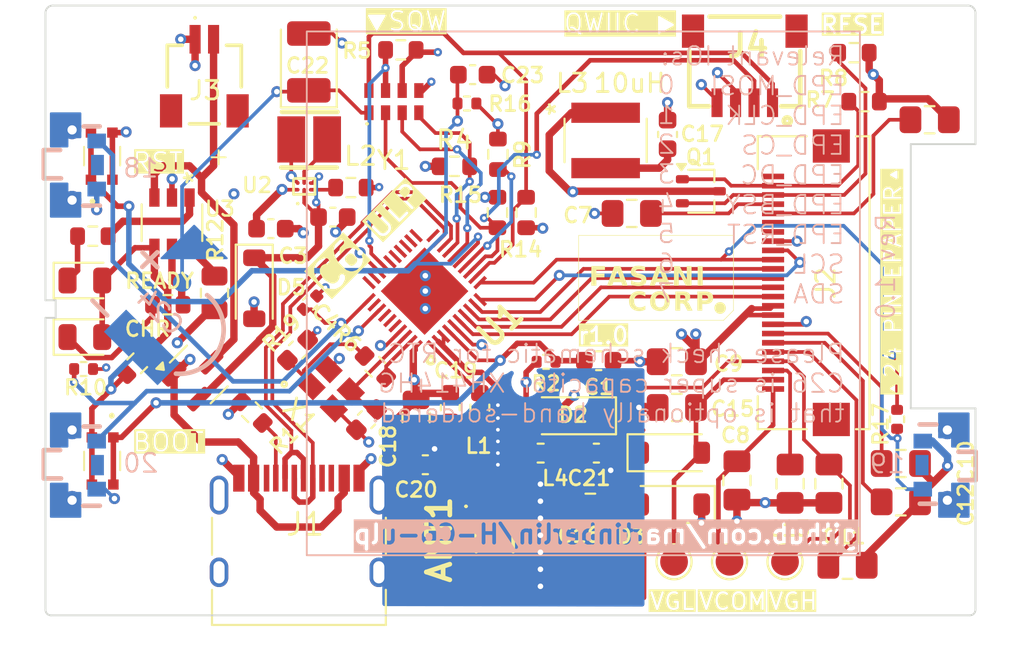
<source format=kicad_pcb>
(kicad_pcb (version 20221018) (generator pcbnew)
  (layers (0 "F.Cu" signal) (1 "In1.Cu" signal) (2 "In2.Cu" signal) (31 "B.Cu" signal) (34 "B.Paste" user) (35 "F.Paste" user) (36 "B.SilkS" user "B.Silkscreen") (37 "F.SilkS" user "F.Silkscreen") (38 "B.Mask" user) (39 "F.Mask" user) (44 "Edge.Cuts" user))
  (net 0 "")
  (net 1 "Net-(ANT1-FEEDING_POINT)")
  (net 3 "GND")
  (net 4 "ENABLE")
  (net 5 "VDD")
  (net 6 "VDD33")
  (net 7 "Net-(C4-Pad2)")
  (net 8 "Net-(U1-XTAL_N)")
  (net 9 "Net-(C6-Pad2)")
  (net 10 "Net-(C7-Pad2)")
  (net 11 "/VCOM")
  (net 12 "+3V3")
  (net 13 "Net-(C10-Pad2)")
  (net 14 "Net-(C11-Pad2)")
  (net 15 "Net-(C12-Pad2)")
  (net 16 "Net-(C13-Pad2)")
  (net 17 "PREVGH")
  (net 18 "Net-(D1-A)")
  (net 19 "Net-(D1-K)")
  (net 20 "Net-(D2-A)")
  (net 21 "Net-(C21-Pad2)")
  (net 22 "VDD_RTC")
  (net 23 "Net-(D4-K)")
  (net 24 "VBUS")
  (net 25 "Net-(D6-K)")
  (net 26 "Net-(J1-CC1)")
  (net 27 "/USB_D+")
  (net 28 "/USB_D-")
  (net 32 "/EPD_MOSI")
  (net 33 "/EPD_CLK")
  (net 34 "/EPD_CS")
  (net 35 "/EPD_DC")
  (net 36 "/EPD_RST")
  (net 37 "/EPD_BUSY")
  (net 40 "Net-(Q1-S)")
  (net 41 "Net-(Q1-G)")
  (net 43 "VBAT")
  (net 46 "Net-(U1-ANT)")
  (net 47 "Net-(U2-SW)")
  (net 48 "Net-(U2-VSEL{slash}MODE)")
  (net 49 "/RTC_EVI")
  (net 50 "/RTC_SQW")
  (net 51 "Net-(U1-XTAL_P)")
  (net 52 "Net-(U1-GPIO8)")
  (net 53 "Net-(U3-*CHRG)")
  (net 54 "Net-(U3-PROG)")
  (net 55 "Net-(U3-*STDBY)")
  (net 56 "/SDA")
  (net 57 "/SCL")
  (net 58 "/RTC_INT")
  (net 71 "BOOT")
  (net 74 "SW18")
  (net 76 "SW20")
  (footprint "Capacitor_SMD:C_0805_2012Metric_Pad1.18x1.45mm_HandSolder" (layer "F.Cu") (at 160.575 73.475 90)
    (fp_text reference "C14" hide)
    (fp_text value "4.7uF")
  )
  (footprint "Diode_SMD:D_SOD-123" (layer "F.Cu") (at 129.5 62.9 -90)
    (fp_text reference "D5")
    (fp_text value "1N5817")
  )
  (footprint "MountingHole:MountingHole_2.2mm_M2" (layer "F.Cu") (at 165.975 50.2)
    (fp_text reference "H2" hide)
    (fp_text value "MountingHole")
  )
  (footprint "TestPoint:TestPoint_Pad_D1.5mm" (layer "F.Cu") (at 158.2 77.7)
    (fp_text reference "TP1" hide)
    (fp_text value "VGH")
  )
  (footprint "Capacitor_SMD:C_0603_1608Metric" (layer "F.Cu") (at 133.75 59.05 180)
    (fp_text reference "C2" hide)
    (fp_text value "10 uF")
  )
  (footprint "Resistor_SMD:R_0603_1608Metric" (layer "F.Cu") (at 136.05 67.15 -45)
    (fp_text reference "R6")
    (fp_text value "0Ω")
  )
  (footprint "MountingHole:MountingHole_2.2mm_M2" (layer "F.Cu") (at 165.975 78)
    (fp_text reference "H4" hide)
    (fp_text value "MountingHole")
  )
  (footprint "Diode_SMD:D_SOD-123" (layer "F.Cu") (at 146.7 69.8 180)
    (fp_text reference "D2")
    (fp_text value "MBR0530")
  )
  (footprint "Capacitor_SMD:C_0603_1608Metric" (layer "F.Cu") (at 148.125 66.82 180)
    (fp_text reference "C1")
    (fp_text value "1uF")
  )
  (footprint "Capacitor_SMD:C_0603_1608Metric" (layer "F.Cu") (at 130.4 59.675)
    (fp_text reference "C3")
    (fp_text value "10 uF")
  )
  (footprint "footprints:TP4057-42-SOT26-R" (layer "F.Cu") (at 125.05 59.35 -90)
    (fp_text reference "U3")
    (fp_text value "TP4057-42-SOT26-R" hide)
  )
  (footprint "footprints:IND-SMD_L2.5-W2.0_SPH252012" (layer "F.Cu") (at 132.47 54.845 180)
    (fp_text reference "L2")
    (fp_text value "0.47 uH")
  )
  (footprint "footprints:SWPA4030S1R0NT" (layer "F.Cu") (at 148.5 54.9 -90)
    (fp_text reference "L3")
    (fp_text value "10uH")
  )
  (footprint "Capacitor_SMD:C_0805_2012Metric_Pad1.18x1.45mm_HandSolder" (layer "F.Cu") (at 155.6 73.3 90)
    (fp_text reference "C8")
    (fp_text value "1uF")
  )
  (footprint "Capacitor_SMD:C_0603_1608Metric" (layer "F.Cu") (at 141.31 51.34)
    (fp_text reference "C23")
    (fp_text value "22pF")
  )
  (footprint "footprints:SM02BSRSSTBLFSN" (layer "F.Cu") (at 126.8 51.713)
    (fp_text reference "J3")
    (fp_text value "SM02B-SRSS-TB(LF)(SN)" hide)
  )
  (footprint "footprints:C6_QFN40P500X500X90-41N-D" (layer "F.Cu") (at 138.709619 63.055204 135)
    (fp_text reference "U1")
    (fp_text value "ESP32-C6" hide)
  )
  (footprint "Inductor_SMD:L_0603_1608Metric" (layer "F.Cu") (at 141.7 69.36 90)
    (fp_text reference "L1")
    (fp_text value "L")
  )
  (footprint "Resistor_SMD:R_0603_1608Metric" (layer "F.Cu") (at 142.65 58.8 -90)
    (fp_text reference "R15")
    (fp_text value "5.1k")
  )
  (footprint "Resistor_SMD:R_0603_1608Metric" (layer "F.Cu") (at 162.475 52.8)
    (fp_text reference "R7")
    (fp_text value "10K")
  )
  (footprint "Capacitor_SMD:C_0603_1608Metric" (layer "F.Cu") (at 138.75 72.45 180)
    (fp_text reference "C20")
    (fp_text value "0.1uF")
  )
  (footprint "TestPoint:TestPoint_Pad_D1.5mm" (layer "F.Cu") (at 155.2 77.7)
    (fp_text reference "TP2" hide)
    (fp_text value "VCOM")
  )
  (footprint "footprints:switch_SKSVCCE010" (layer "F.Cu") (at 121.25 55.75 90)
    (fp_text reference "SW2" hide)
    (fp_text value "SW_Push_Dual" hide)
  )
  (footprint "Capacitor_SMD:C_0805_2012Metric_Pad1.18x1.45mm_HandSolder" (layer "F.Cu") (at 161.58 77.89 180)
    (fp_text reference "C11")
    (fp_text value "4.7uF")
  )
  (footprint "Diode_SMD:D_SOD-123" (layer "F.Cu") (at 152.045 71.8)
    (fp_text reference "D1" hide)
    (fp_text value "MBR0530")
  )
  (footprint "Capacitor_SMD:C_0805_2012Metric_Pad1.18x1.45mm_HandSolder" (layer "F.Cu") (at 147.675 74.75 180)
    (fp_text reference "C16")
    (fp_text value "4.7uF 50V")
  )
  (footprint "Resistor_SMD:R_0402_1005Metric" (layer "F.Cu") (at 132.52 63.68 45)
    (fp_text reference "R19")
    (fp_text value "10k")
  )
  (footprint "Resistor_SMD:R_0402_1005Metric" (layer "F.Cu") (at 145.28 66.88 180)
    (fp_text reference "R2")
    (fp_text value "10k")
  )
  (footprint "Capacitor_SMD:C_0805_2012Metric" (layer "F.Cu") (at 138.25 69.89 90)
    (fp_text reference "C18")
    (fp_text value "10uF")
  )
  (footprint "MountingHole:MountingHole_2.2mm_M2" (layer "F.Cu") (at 120.9 78)
    (fp_text reference "H3" hide)
    (fp_text value "MountingHole")
  )
  (footprint "MountingHole:MountingHole_2.2mm_M2" (layer "F.Cu") (at 120.9 50.2)
    (fp_text reference "H1" hide)
    (fp_text value "MountingHole")
  )
  (footprint "Capacitor_SMD:C_0805_2012Metric_Pad1.18x1.45mm_HandSolder" (layer "F.Cu") (at 166.02 53.78 180)
    (fp_text reference "C6" hide)
    (fp_text value "4.7uF")
  )
  (footprint "Capacitor_SMD:C_0603_1608Metric" (layer "F.Cu") (at 151.85 54.575 -90)
    (fp_text reference "C17")
    (fp_text value "4.7uF")
  )
  (footprint "Diode_SMD:D_SOD-123" (layer "F.Cu") (at 152.045 74.6 180)
    (fp_text reference "D3")
    (fp_text value "MBR0530")
  )
  (footprint "Capacitor_SMD:C_0805_2012Metric_Pad1.18x1.45mm_HandSolder" (layer "F.Cu") (at 149.9125 58.85)
    (fp_text reference "C7")
    (fp_text value "4.7uF")
  )
  (footprint "Capacitor_SMD:C_0805_2012Metric_Pad1.18x1.45mm_HandSolder" (layer "F.Cu") (at 152.35 66.875)
    (fp_text reference "C9")
    (fp_text value "1uF")
  )
  (footprint "Capacitor_SMD:C_0603_1608Metric" (layer "F.Cu") (at 135.57 70.01 -135)
    (fp_text reference "C5" hide)
    (fp_text value "22pF")
  )
  (footprint "Capacitor_SMD:C_0603_1608Metric" (layer "F.Cu") (at 131.84 66.24 -135)
    (fp_text reference "C4")
    (fp_text value "22pF")
  )
  (footprint "Resistor_SMD:R_0603_1608Metric" (layer "F.Cu") (at 134.725 57.45)
    (fp_text reference "R3" hide)
    (fp_text value "249k 1%")
  )
  (footprint "Capacitor_Tantalum_SMD:CP_EIA-3528-21_Kemet-B" (layer "F.Cu") (at 132.45 50.6525 90)
    (fp_text reference "C22")
    (fp_text value "C 100uF")
  )
  (footprint "footprints:Crystal_ECS-40Mhz_ECS" (layer "F.Cu") (at 133.658577 68.33934 45)
    (fp_text reference "X1")
    (fp_text value "Crystal 40 Mhz 10ppm")
  )
  (footprint "Resistor_SMD:R_0805_2012Metric" (layer "F.Cu") (at 127.35 63.15 90)
    (fp_text reference "R12")
    (fp_text value "2K2")
  )
  (footprint "footprints:switch_SKSVCCE010" (layer "F.Cu") (at 121.3 72.245 -90)
    (fp_text reference "SW1" hide)
    (fp_text value "SW_Push_Dual" hide)
  )
  (footprint "footprints:USB_C_Receptacle_HRO_TYPE-C-31-M-12" (layer "F.Cu") (at 131.915 77.22)
    (fp_text reference "J1")
    (fp_text value "USB_C_Receptacle_USB2.0")
  )
  (footprint "Resistor_SMD:R_0402_1005Metric" (layer "F.Cu") (at 141 52.9)
    (fp_text reference "R16")
    (fp_text value "10k")
  )
  (footprint "footprints:2450AT42E0100E-ANT" (layer "F.Cu") (at 142.5 76.45 -90)
    (fp_text reference "ANT1")
    (fp_text value "2450AT42E0100E" hide)
  )
  (footprint "footprints:RV3032C7" (layer "F.Cu") (at 137.05 52.8)
    (fp_text reference "Y1")
    (fp_text value "RV-3032-C7" hide)
  )
  (footprint "Capacitor_SMD:C_0805_2012Metric_Pad1.18x1.45mm_HandSolder" (layer "F.Cu") (at 164.4625 72.3825 180)
    (fp_text reference "C10")
    (fp_text value "1uF")
  )
  (footprint "LED_SMD:LED_0805_2012Metric" (layer "F.Cu") (at 120.34 65.54)
    (fp_text reference "D6" hide)
    (fp_text value "GRE")
  )
  (footprint "Resistor_SMD:R_0603_1608Metric" (layer "F.Cu") (at 144.2 58.8 90)
    (fp_text reference "R14")
    (fp_text value "5.1k")
  )
  (footprint "footprints:AFC24-S24FIC-00" (layer "F.Cu") (at 159.75 62.6 90)
    (fp_text reference "J2")
    (fp_text value "AFC24-S24FIC-00" hide)
  )
  (footprint "Resistor_SMD:R_0402_1005Metric" (layer "F.Cu") (at 164.26 69.99 90)
    (fp_text reference "R17")
    (fp_text value "10k")
  )
  (footprint "Resistor_SMD:R_0603_1608Metric" (layer "F.Cu") (at 161.925 50.15)
    (fp_text reference "R8")
    (fp_text value "0.47R")
  )
  (footprint "Resistor_SMD:R_0603_1608Metric" (layer "F.Cu") (at 124.825 63.79)
    (fp_text reference "R13" hide)
    (fp_text value "5.1k")
  )
  (footprint "Resistor_SMD:R_0603_1608Metric" (layer "F.Cu") (at 137.425 50 180)
    (fp_text reference "R5")
    (fp_text value "10 K")
  )
  (footprint "footprints:SGM6029_WLCSP-6" (layer "F.Cu") (at 132.2 57.3875)
    (fp_text reference "U2")
    (fp_text value "SGM6029CYG/TR")
  )
  (footprint "Package_TO_SOT_SMD:SOT-23" (layer "F.Cu") (at 126.5 67.5625 45)
    (fp_text reference "Q2" hide)
    (fp_text value "Si2301CDS")
  )
  (footprint "Capacitor_SMD:C_0805_2012Metric_Pad1.18x1.45mm_HandSolder" (layer "F.Cu") (at 152.35 69.35)
    (fp_text reference "C15")
    (fp_text value "4.7uF")
  )
  (footprint "Capacitor_SMD:C_0603_1608Metric" (layer "F.Cu") (at 140.1 69.36 90)
    (fp_text reference "C19")
    (fp_text value "1uF")
  )
  (footprint "Resistor_SMD:R_0603_1608Metric" (layer "F.Cu") (at 129.376637 69.606637 135)
    (fp_text reference "R1")
    (fp_text value "5.1k")
  )
  (footprint "Inductor_SMD:L_0603_1608Metric" (layer "F.Cu") (at 144.9875 71.82)
    (fp_text reference "L4")
    (fp_text value "L")
  )
  (footprint "TestPoint:TestPoint_Pad_D1.5mm" (layer "F.Cu") (at 152.2 77.7)
    (fp_text reference "TP3" hide)
    (fp_text value "PREVGL")
  )
  (footprint "Resistor_SMD:R_0603_1608Metric" (layer "F.Cu") (at 140.325 56.3)
    (fp_text reference "R4")
    (fp_text value "10 K")
  )
  (footprint "Resistor_SMD:R_0603_1608Metric" (layer "F.Cu") (at 142.675 55.65 90)
    (fp_text reference "R9")
    (fp_text value "5.1k")
  )
  (footprint "Package_TO_SOT_SMD:SOT-323_SC-70" (layer "F.Cu") (at 153.65 57.65)
    (fp_text reference "Q1")
    (fp_text value "Si1308")
  )
  (footprint "Resistor_SMD:R_0603_1608Metric" (layer "F.Cu") (at 123.17 66.96 45)
    (fp_text reference "R10")
    (fp_text value "10K")
  )
  (footprint "Capacitor_SMD:C_0805_2012Metric_Pad1.18x1.45mm_HandSolder" (layer "F.Cu") (at 164.4625 74.4575 180)
    (fp_text reference "C12")
    (fp_text value "1uF")
  )
  (footprint "LED_SMD:LED_0805_2012Metric" (layer "F.Cu") (at 120.34 62.48)
    (fp_text reference "D4" hide)
    (fp_text value "RED")
  )
  (footprint "Capacitor_SMD:C_0603_1608Metric" (layer "F.Cu") (at 148 71.82 180)
    (fp_text reference "C21")
    (fp_text value "0.1uF")
  )
  (footprint "Capacitor_SMD:C_0805_2012Metric_Pad1.18x1.45mm_HandSolder" (layer "F.Cu") (at 158.475 73.475 90)
    (fp_text reference "C13")
    (fp_text value "4.7uF")
  )
  (footprint "Resistor_SMD:R_0603_1608Metric" (layer "F.Cu") (at 120.77 60.08 180)
    (fp_text reference "R11" hide)
    (fp_text value "5.1k")
  )
  (footprint "Resistor_SMD:R_0402_1005Metric" (layer "F.Cu") (at 120.27 67.27)
    (fp_text reference "R18" hide)
    (fp_text value "10k")
  )
  (footprint "footprints:QWIIC_SM04B-SRSS-TB_LFSN_" (layer "F.Cu") (at 159.025 48.2 180)
    (fp_text reference "J4")
    (fp_text value "SM04B-SRSS-TB_LF__SN_" hide)
  )
  (footprint "footprints:KEY-SMD_K2-1806SQ-A3DW-04" (layer "B.Cu") (at 120.15 72.47 -90)
    (fp_text reference "U6" hide)
    (fp_text value "K2-1806SQ-A2DW-04" hide)
  )
  (footprint "footprints:KEY-SMD_K2-1806SQ-A3DW-04" (layer "B.Cu") (at 120.15 56.23 -90)
    (fp_text reference "U4" hide)
    (fp_text value "K2-1806SQ-A2DW-04" hide)
  )
  (footprint "footprints:KEY-SMD_K2-1806SQ-A3DW-04" (layer "B.Cu") (at 166.48 72.47 90)
    (fp_text reference "U5" hide)
    (fp_text value "K2-1806SQ-A2DW-04" hide)
  )
  (footprint "footprints:superCAP-XH414HG" (layer "B.Cu") (at 124.508944 64.346375 135)
    (fp_text reference "C24")
    (fp_text value "superCAP")
  )
  (gr_poly (pts (xy 152.703986 63.076203) (xy 152.730365 63.077147) (xy 152.755703 63.078719) (xy 152.78 63.080921) (xy 152.803255 63.083752) (xy 152.825469 63.087212) (xy 152.846642 63.091301) (xy 152.866773 63.096019) (xy 152.876446 63.098609) (xy 152.885853 63.101345) (xy 152.894994 63.104227) (xy 152.903869 63.107256) (xy 152.912479 63.110431) (xy 152.920822 63.113753) (xy 152.9289 63.117221) (xy 152.936713 63.120835) (xy 152.944259 63.124596) (xy 152.95154 63.128504) (xy 152.958555 63.132558) (xy 152.965304 63.136758) (xy 152.971788 63.141105) (xy 152.978006 63.145598) (xy 152.983958 63.150238) (xy 152.989644 63.155024) (xy 152.995097 63.15993) (xy 153.00035 63.164928) (xy 153.005402 63.170018) (xy 153.010253 63.1752) (xy 153.014903 63.180475) (xy 153.019353 63.185841) (xy 153.023602 63.1913) (xy 153.027651 63.19685) (xy 153.031499 63.202493) (xy 153.035146 63.208228) (xy 153.038593 63.214056) (xy 153.041838 63.219975) (xy 153.044884 63.225987) (xy 153.047728 63.23209) (xy 153.050372 63.238286) (xy 153.052815 63.244574) (xy 153.055169 63.250889) (xy 153.057371 63.257341) (xy 153.059421 63.263927) (xy 153.061319 63.270649) (xy 153.063065 63.277507) (xy 153.06466 63.284501) (xy 153.066102 63.29163) (xy 153.067393 63.298894) (xy 153.068532 63.306294) (xy 153.069519 63.31383) (xy 153.070355 63.321501) (xy 153.071038 63.329308) (xy 153.071569 63.33725) (xy 153.071949 63.345328) (xy 153.072177 63.353541) (xy 153.072253 63.361891) (xy 153.072253 63.361895) (xy 153.071475 63.386769) (xy 153.06914 63.410542) (xy 153.065249 63.433214) (xy 153.059801 63.454785) (xy 153.056493 63.465158) (xy 153.052797 63.475255) (xy 153.048711 63.485077) (xy 153.044236 63.494624) (xy 153.039372 63.503896) (xy 153.034119 63.512892) (xy 153.028476 63.521614) (xy 153.022445 63.53006) (xy 153.016024 63.538231) (xy 153.009215 63.546126) (xy 153.002016 63.553747) (xy 152.994428 63.561092) (xy 152.986451 63.568162) (xy 152.978085 63.574956) (xy 152.96933 63.581476) (xy 152.960185 63.58772) (xy 152.940729 63.599383) (xy 152.919716 63.609945) (xy 152.897147 63.619406) (xy 152.873021 63.627766) (xy 152.8805 63.629634) (xy 152.887838 63.631768) (xy 152.895034 63.634168) (xy 152.90209 63.636834) (xy 152.909005 63.639765) (xy 152.915779 63.642962) (xy 152.922411 63.646425) (xy 152.928903 63.650153) (xy 152.935254 63.654148) (xy 152.941463 63.658408) (xy 152.947532 63.662934) (xy 152.95346 63.667725) (xy 152.959247 63.672782) (xy 152.964892 63.678105) (xy 152.970397 63.683694) (xy 152.975761 63.689549) (xy 152.98113 63.695663) (xy 152.986477 63.702033) (xy 152.991803 63.708658) (xy 152.997107 63.715537) (xy 153.002389 63.722671) (xy 153.00765 63.730061) (xy 153.012889 63.737705) (xy 153.018106 63.745604) (xy 153.023302 63.753758) (xy 153.028475 63.762167) (xy 153.038758 63.779749) (xy 153.048954 63.798352) (xy 153.059063 63.817974) (xy 153.204148 64.11231) (xy 152.919531 64.11231) (xy 152.79319 63.854766) (xy 152.788748 63.845821) (xy 152.784274 63.837206) (xy 152.779767 63.828922) (xy 152.775227 63.820969) (xy 152.770656 63.813346) (xy 152.766051 63.806055) (xy 152.761414 63.799094) (xy 152.756745 63.792463) (xy 152.752043 63.786164) (xy 152.747308 63.780196) (xy 152.742541 63.774558) (xy 152.737741 63.769251) (xy 152.732909 63.764275) (xy 152.728044 63.759629) (xy 152.723147 63.755315) (xy 152.718217 63.751331) (xy 152.713244 63.747549) (xy 152.708043 63.74401) (xy 152.702614 63.740715) (xy 152.696958 63.737665) (xy 152.691073 63.734858) (xy 152.684961 63.732296) (xy 152.678621 63.729977) (xy 152.672054 63.727903) (xy 152.665258 63.726072) (xy 152.658235 63.724486) (xy 152.650984 63.723144) (xy 152.643505 63.722045) (xy 152.635799 63.721191) (xy 152.627864 63.720581) (xy 152.619702 63.720215) (xy 152.611312 63.720093) (xy 152.535646 63.720093) (xy 152.535646 64.11231) (xy 152.268384 64.11231) (xy 152.268384 63.269568) (xy 152.535647 63.269568) (xy 152.535647 63.535439) (xy 152.648105 63.535439) (xy 152.658748 63.535312) (xy 152.668985 63.53493) (xy 152.678814 63.534292) (xy 152.688237 63.5334) (xy 152.697254 63.532253) (xy 152.705863 63.530852) (xy 152.714066 63.529195) (xy 152.721862 63.527283) (xy 152.729251 63.525117) (xy 152.736234 63.522695) (xy 152.74281 63.520019) (xy 152.748979 63.517087) (xy 152.754741 63.513901) (xy 152.760097 63.51046) (xy 152.765046 63.506764) (xy 152.769588 63.502812) (xy 152.773875 63.498593) (xy 152.777885 63.494091) (xy 152.781619 63.489308) (xy 152.785077 63.484242) (xy 152.788258 63.478895) (xy 152.791162 63.473266) (xy 152.793789 63.467354) (xy 152.79614 63.461161) (xy 152.798215 63.454686) (xy 152.800013 63.447928) (xy 152.801534 63.440889) (xy 152.802779 63.433567) (xy 152.803747 63.425964) (xy 152.804438 63.418078) (xy 152.804853 63.40991) (xy 152.804991 63.40146) (xy 152.804991 63.401464) (xy 152.804842 63.392523) (xy 152.804394 63.383924) (xy 152.803648 63.375667) (xy 152.802604 63.367751) (xy 152.801262 63.360178) (xy 152.799622 63.352945) (xy 152.797683 63.346055) (xy 152.795446 63.339506) (xy 152.79291 63.333299) (xy 152.790077 63.327434) (xy 152.786945 63.32191) (xy 152.783514 63.316728) (xy 152.779786 63.311888) (xy 152.775759 63.30739) (xy 152.771434 63.303233) (xy 152.766811 63.299418) (xy 152.761873 63.295803) (xy 152.756604 63.292422) (xy 152.751004 63.289273) (xy 152.745074 63.286358) (xy 152.738813 63.283677) (xy 152.732221 63.281228) (xy 152.725298 63.279013) (xy 152.718044 63.27703) (xy 152.71046 63.275281) (xy 152.702544 63.273765) (xy 152.694298 63.272483) (xy 152.685721 63.271433) (xy 152.676813 63.270617) (xy 152.667575 63.270034) (xy 152.658005 63.269684) (xy 152.648105 63.269568) (xy 152.535647 63.269568) (xy 152.268384 63.269568) (xy 152.268384 63.075889) (xy 152.676566 63.075889)) (fill solid) (layer "F.SilkS"))
  (gr_line (start 147.041738 64.634504) (end 154.879539 64.634504) (stroke (width 0.034395)) (layer "F.SilkS"))
  (gr_poly (pts (xy 153.751508 62.761077) (xy 153.477256 62.761077) (xy 153.477256 61.697551) (xy 153.751508 61.697551)) (fill solid) (layer "F.SilkS"))
  (gr_poly (pts (xy 149.690397 62.761077) (xy 149.41472 62.761077) (xy 149.34776 62.567319) (xy 148.91893 62.567319) (xy 148.851257 62.761077) (xy 148.57558 62.761077) (xy 148.720434 62.369998) (xy 148.987315 62.369998) (xy 149.278663 62.369998) (xy 149.133345 61.946867) (xy 148.987315 62.369998) (xy 148.720434 62.369998) (xy 148.969506 61.697551) (xy 149.296471 61.697551)) (fill solid) (layer "F.SilkS"))
  (gr_line (start 155.413738 60.041559) (end 147.041738 60.041559) (stroke (width 0.034395)) (layer "F.SilkS"))
  (gr_line (start 155.413738 64.093997) (end 155.413738 60.041559) (stroke (width 0.034395)) (layer "F.SilkS"))
  (gr_poly (pts (xy 153.92615 63.076224) (xy 153.949202 63.077216) (xy 153.971597 63.07887) (xy 153.993337 63.081186) (xy 154.01442 63.084164) (xy 154.034847 63.087803) (xy 154.054618 63.092103) (xy 154.073732 63.097066) (xy 154.09219 63.10269) (xy 154.109992 63.108975) (xy 154.127138 63.115923) (xy 154.143628 63.123531) (xy 154.159461 63.131802) (xy 154.174639 63.140734) (xy 154.18916 63.150327) (xy 154.203024 63.160583) (xy 154.216222 63.171497) (xy 154.228568 63.183067) (xy 154.240063 63.195294) (xy 154.250706 63.208177) (xy 154.260498 63.221716) (xy 154.269439 63.235911) (xy 154.277527 63.250763) (xy 154.284765 63.266271) (xy 154.291151 63.282435) (xy 154.296685 63.299256) (xy 154.301368 63.316733) (xy 154.3052 63.334866) (xy 154.30818 63.353655) (xy 154.310309 63.373101) (xy 154.311586 63.393203) (xy 154.312012 63.413961) (xy 154.311586 63.434721) (xy 154.310309 63.454831) (xy 154.30818 63.474289) (xy 154.3052 63.493097) (xy 154.301368 63.511255) (xy 154.296685 63.528761) (xy 154.291151 63.545617) (xy 154.284765 63.561821) (xy 154.277527 63.577375) (xy 154.269439 63.592279) (xy 154.260498 63.606532) (xy 154.250706 63.620133) (xy 154.240063 63.633085) (xy 154.228568 63.645385) (xy 154.216222 63.657035) (xy 154.203024 63.668034) (xy 154.189078 63.678289) (xy 154.174487 63.687883) (xy 154.15925 63.696815) (xy 154.143368 63.705085) (xy 154.12684 63.712694) (xy 154.109667 63.719641) (xy 154.091849 63.725927) (xy 154.073385 63.731551) (xy 154.054276 63.736513) (xy 154.034521 63.740814) (xy 154.014121 63.744453) (xy 153.993076 63.74743) (xy 153.971386 63.749746) (xy 153.94905 63.7514) (xy 153.926068 63.752393) (xy 153.902441 63.752724) (xy 153.726118 63.752724) (xy 153.726118 64.112314) (xy 153.458856 64.112314) (xy 153.458856 63.269568) (xy 153.726118 63.269568) (xy 153.726118 63.559045) (xy 153.87398 63.559045) (xy 153.883476 63.558901) (xy 153.892701 63.55847) (xy 153.901655 63.557751) (xy 153.910338 63.556745) (xy 153.91875 63.555452) (xy 153.92689 63.553871) (xy 153.934759 63.552003) (xy 153.942357 63.549847) (xy 153.949684 63.547404) (xy 153.95674 63.544673) (xy 153.963525 63.541655) (xy 153.970038 63.538349) (xy 153.97628 63.534756) (xy 153.982251 63.530876) (xy 153.987951 63.526708) (xy 153.99338 63.522252) (xy 153.998592 63.517436) (xy 154.003468 63.51236) (xy 154.008007 63.507024) (xy 154.01221 63.501427) (xy 154.016077 63.49557) (xy 154.019607 63.489452) (xy 154.022802 63.483075) (xy 154.02566 63.476436) (xy 154.028182 63.469538) (xy 154.030367 63.462379) (xy 154.032217 63.45496) (xy 154.03373 63.447281) (xy 154.034907 63.439342) (xy 154.035747 63.431142) (xy 154.036252 63.422682) (xy 154.03642 63.413961) (xy 154.036252 63.405243) (xy 154.035747 63.39679) (xy 154.034907 63.388604) (xy 154.03373 63.380683) (xy 154.032217 63.373028) (xy 154.030367 63.365638) (xy 154.028182 63.358515) (xy 154.02566 63.351657) (xy 154.022802 63.345065) (xy 154.019607 63.338739) (xy 154.016077 63.332678) (xy 154.01221 63.326883) (xy 154.008007 63.321354) (xy 154.003468 63.31609) (xy 153.998592 63.311093) (xy 153.99338 63.30636) (xy 153.987951 63.301905) (xy 153.982251 63.297737) (xy 153.97628 63.293856) (xy 153.970038 63.290263) (xy 153.963525 63.286958) (xy 153.95674 63.283939) (xy 153.949684 63.281209) (xy 153.942357 63.278765) (xy 153.934759 63.27661) (xy 153.92689 63.274741) (xy 153.91875 63.273161) (xy 153.910338 63.271867) (xy 153.901655 63.270861) (xy 153.892701 63.270143) (xy 153.883476 63.269712) (xy 153.87398 63.269568) (xy 153.726118 63.269568) (xy 153.458856 63.269568) (xy 153.458856 63.075893) (xy 153.902441 63.075893)) (fill solid) (layer "F.SilkS"))
  (gr_poly (pts (xy 150.30545 61.679141) (xy 150.350483 61.681612) (xy 150.396095 61.685731) (xy 150.442286 61.691496) (xy 150.489056 61.698909) (xy 150.536404 61.707969) (xy 150.584331 61.718676) (xy 150.632838 61.731031) (xy 150.632838 61.956131) (xy 150.610852 61.946556) (xy 150.589062 61.937599) (xy 150.567466 61.92926) (xy 150.546065 61.921538) (xy 150.524859 61.914434) (xy 150.503848 61.907948) (xy 150.483031 61.90208) (xy 150.462409 61.896829) (xy 150.441982 61.892197) (xy 150.42175 61.888181) (xy 150.401713 61.884784) (xy 150.38187 61.882004) (xy 150.362222 61.879843) (xy 150.342769 61.878298) (xy 150.323511 61.877372) (xy 150.304448 61.877063) (xy 150.279382 61.877519) (xy 150.267551 61.87809) (xy 150.256187 61.878888) (xy 150.24529 61.879915) (xy 150.234861 61.88117) (xy 150.224899 61.882653) (xy 150.215405 61.884365) (xy 150.206378 61.886304) (xy 150.197819 61.888472) (xy 150.189727 61.890868) (xy 150.182103 61.893492) (xy 150.174946 61.896344) (xy 150.168257 61.899425) (xy 150.162035 61.902733) (xy 150.156281 61.90627) (xy 150.150932 61.909929) (xy 150.145929 61.913783) (xy 150.143557 61.915783) (xy 150.141271 61.917832) (xy 150.139072 61.919929) (xy 150.136958 61.922075) (xy 150.134931 61.92427) (xy 150.13299 61.926513) (xy 150.131136 61.928805) (xy 150.129367 61.931146) (xy 150.127685 61.933536) (xy 150.126089 61.935974) (xy 150.12458 61.938461) (xy 150.123157 61.940997) (xy 150.12182 61.943581) (xy 150.120569 61.946214) (xy 150.119404 61.948896) (xy 150.118326 61.951626) (xy 150.117334 61.954406) (xy 150.116428 61.957233) (xy 150.115609 61.96011) (xy 150.114876 61.963035) (xy 150.114229 61.966009) (xy 150.113668 61.969032) (xy 150.112805 61.975223) (xy 150.112288 61.981609) (xy 150.112115 61.988191) (xy 150.112249 61.993717) (xy 150.11265 61.999076) (xy 150.113317 62.004268) (xy 150.114252 62.009293) (xy 150.115454 62.014152) (xy 150.116924 62.018843) (xy 150.11866 62.023367) (xy 150.120663 62.027725) (xy 150.122934 62.031916) (xy 150.125472 62.035939) (xy 150.128277 62.039796) (xy 150.131349 62.043486) (xy 150.134688 62.047008) (xy 150.138294 62.050364) (xy 150.142167 62.053553) (xy 150.146308 62.056575) (xy 150.150754 62.059399) (xy 150.155546 62.062174) (xy 150.160683 62.064898) (xy 150.166164 62.067572) (xy 150.171991 62.070196) (xy 150.178163 62.07277) (xy 150.18468 62.075293) (xy 150.191542 62.077767) (xy 150.198749 62.08019) (xy 150.2063 62.082564) (xy 150.214197 62.084887) (xy 150.222439 62.08716) (xy 150.231026 62.089383) (xy 150.239959 62.091556) (xy 150.249236 62.093679) (xy 150.258858 62.095752) (xy 150.375682 62.119258) (xy 150.396687 62.123679) (xy 150.416964 62.128396) (xy 150.436512 62.133408) (xy 150.45533 62.138714) (xy 150.47342 62.144316) (xy 150.490781 62.150212) (xy 150.507412 62.156403) (xy 150.523315 62.162889) (xy 150.538488 62.16967) (xy 150.552932 62.176746) (xy 150.566648 62.184117) (xy 150.579634 62.191783) (xy 150.591891 62.199744) (xy 150.60342 62.207999) (xy 150.614219 62.216549) (xy 150.624289 62.225395) (xy 150.633778 62.234558) (xy 150.642654 62.244239) (xy 150.650919 62.254438) (xy 150.658571 62.265153) (xy 150.665611 62.276387) (xy 150.672039 62.288138) (xy 150.677854 62.300406) (xy 150.683058 62.313192) (xy 150.687649 62.326495) (xy 150.691628 62.340316) (xy 150.694995 62.354655) (xy 150.69775 62.369511) (xy 150.699892 62.384884) (xy 150.701423 62.400775) (xy 150.702341 62.417183) (xy 150.702647 62.434109) (xy 150.702224 62.456515) (xy 150.700955 62.478141) (xy 150.69884 62.498988) (xy 150.69588 62.519057) (xy 150.692073 62.538346) (xy 150.687421 62.556855) (xy 150.681922 62.574586) (xy 150.675578 62.591538) (xy 150.668388 62.60771) (xy 150.660352 62.623103) (xy 150.65147 62.637717) (xy 150.641742 62.651552) (xy 150.631168 62.664608) (xy 150.619748 62.676885) (xy 150.607482 62.688382) (xy 150.594371 62.6991) (xy 150.580452 62.709106) (xy 150.565766 62.718466) (xy 150.550311 62.727181) (xy 150.534089 62.735251) (xy 150.517098 62.742674) (xy 150.49934 62.749453) (xy 150.480813 62.755585) (xy 150.461519 62.761073) (xy 150.441456 62.765914) (xy 150.420626 62.77011) (xy 150.399028 62.773661) (xy 150.376661 62.776566) (xy 150.353527 62.778826) (xy 150.329624 62.780439) (xy 150.304954 62.781408) (xy 150.279515 62.781731) (xy 150.254302 62.781433) (xy 150.229062 62.78054) (xy 150.203793 62.779051) (xy 150.178496 62.776967) (xy 150.153172 62.774287) (xy 150.12782 62.771012) (xy 150.10244 62.767142) (xy 150.077032 62.762676) (xy 150.051596 62.757614) (xy 150.026133 62.751958) (xy 150.000641 62.745705) (xy 149.975122 62.738857) (xy 149.949575 62.731414) (xy 149.924001 62.723375) (xy 149.898398 62.714741) (xy 149.872768 62.705511) (xy 149.872768 62.474) (xy 149.898462 62.487199) (xy 149.9239 62.499545) (xy 149.949083 62.51104) (xy 149.974009 62.521684) (xy 149.99868 62.531476) (xy 150.023094 62.540416) (xy 150.047253 62.548505) (xy 150.071155 62.555743) (xy 150.094802 62.562129) (xy 150.118192 62.567663) (xy 150.141326 62.572347) (xy 150.164205 62.576178) (xy 150.186827 62.579158) (xy 150.209194 62.581287) (xy 150.231304 62.582564) (xy 150.253158 62.58299) (xy 150.266949 62.582823) (xy 150.280183 62.582322) (xy 150.29286 62.581487) (xy 150.304981 62.580318) (xy 150.316545 62.578815) (xy 150.327553 62.576978) (xy 150.338005 62.574807) (xy 150.3479 62.572302) (xy 150.352716 62.570849) (xy 150.357372 62.56934) (xy 150.361866 62.567776) (xy 150.366198 62.566156) (xy 150.370369 62.564481) (xy 150.374379 62.56275) (xy 150.378227 62.560963) (xy 150.381914 62.559121) (xy 150.38544 62.557223) (xy 150.388804 62.55527) (xy 150.392007 62.553261) (xy 150.395048 62.551197) (xy 150.397928 62.549077) (xy 150.400646 62.546902) (xy 150.403204 62.544671) (xy 150.405599 62.542385) (xy 150.40787 62.539986) (xy 150.410052 62.537599) (xy 150.412144 62.535222) (xy 150.414148 62.532857) (xy 150.416062 62.530503) (xy 150.417887 62.52816) (xy 150.419624 62.525828) (xy 150.421271 62.523508) (xy 150.422829 62.521198) (xy 150.424298 62.5189) (xy 150.425679 62.516612) (xy 150.42697 62.514336) (xy 150.428172 62.512071) (xy 150.429285 62.509817) (xy 150.430309 62.507574) (xy 150.431244 62.505342) (xy 150.432107 62.503107) (xy 150.432914 62.500856) (xy 150.433665 62.498588) (xy 150.434361 62.496303) (xy 150.435001 62.494002) (xy 150.435585 62.491684) (xy 150.436114 62.48935) (xy 150.436587 62.486998) (xy 150.437004 62.48463) (xy 150.437366 62.482246) (xy 150.437672 62.479845) (xy 150.437923 62.477427) (xy 150.438117 62.474993) (xy 150.438256 62.472541) (xy 150.43834 62.470074) (xy 150.438368 62.467589) (xy 150.438223 62.461017) (xy 150.437789 62.454657) (xy 150.437066 62.448507) (xy 150.436053 62.44257) (xy 150.43475 62.436843) (xy 150.433159 62.431328) (xy 150.431278 62.426024) (xy 150.429107 62.420932) (xy 150.426648 62.416051) (xy 150.423898 62.411382) (xy 150.42086 62.406924) (xy 150.417532 62.402678) (xy 150.413914 62.398643) (xy 150.410007 62.394819) (xy 150.405811 62.391208) (xy 150.401326 62.387807) (xy 150.396581 62.38454) (xy 150.391431 62.381329) (xy 150.385874 62.378174) (xy 150.379911 62.375074) (xy 150.373541 62.37203) (xy 150.366766 62.369042) (xy 150.359584 62.366109) (xy 150.351996 62.363232) (xy 150.344002 62.360411) (xy 150.335601 62.357645) (xy 150.326794 62.354935) (xy 150.317581 62.352281) (xy 150.307962 62.349682) (xy 150.297936 62.347139) (xy 150.287504 62.344651) (xy 150.276666 62.342219) (xy 150.170527 62.318713) (xy 150.15185 62.314378) (xy 150.133752 62.309742) (xy 150.116233 62.304806) (xy 150.099292 62.299569) (xy 150.082931 62.294032) (xy 150.067148 62.288194) (xy 150.051944 62.282055) (xy 150.037318 62.275616) (xy 150.023272 62.268877) (xy 150.009804 62.261837) (xy 149.996915 62.254497) (xy 149.984605 62.246856) (xy 149.972874 62.238914) (xy 149.961721 62.230672) (xy 149.951147 62.222129) (xy 149.941152 62.213286) (xy 149.93175 62.204054) (xy 149.922954 62.194342) (xy 149.914765 62.184153) (xy 149.907182 62.173484) (xy 149.900206 62.162337) (xy 149.893837 62.150712) (xy 149.888074 62.138607) (xy 149.882918 62.126024) (xy 149.878369 62.112963) (xy 149.874426 62.099423) (xy 149.871089 62.085404) (xy 149.86836 62.070907) (xy 149.866237 62.05593) (xy 149.86472 62.040476) (xy 149.86381 62.024542) (xy 149.863507 62.00813) (xy 149.863919 61.987881) (xy 149.865154 61.968273) (xy 149.867213 61.949304) (xy 149.870096 61.930975) (xy 149.873802 61.913286) (xy 149.878333 61.896237) (xy 149.883686 61.879828) (xy 149.889864 61.864059) (xy 149.896865 61.84893) (xy 149.904689 61.834441) (xy 149.913337 61.820592) (xy 149.922809 61.807383) (xy 149.933105 61.794815) (xy 149.944224 61.782886) (xy 149.956167 61.771597) (xy 149.968934 61.760948) (xy 149.982429 61.750943) (xy 149.996559 61.741582) (xy 150.011323 61.732867) (xy 150.026722 61.724798) (xy 150.042756 61.717374) (xy 150.059423 61.710596) (xy 150.076725 61.704463) (xy 150.094662 61.698976) (xy 150.113233 61.694134) (xy 150.132439 61.689938) (xy 150.152278 61.686387) (xy 150.172753 61.683482) (xy 150.193861 61.681223) (xy 150.215605 61.679609) (xy 150.237982 61.678641) (xy 150.260994 61.678318) (xy 150.260995 61.678318)) (fill solid) (layer "F.SilkS"))
  (gr_line (start 147.041738 60.041559) (end 147.041738 64.634504) (stroke (width 0.034395)) (layer "F.SilkS"))
  (gr_poly (pts (xy 151.468318 63.057705) (xy 151.498287 63.059364) (xy 151.52741 63.06213) (xy 151.555687 63.066002) (xy 151.583119 63.070981) (xy 151.609704 63.077065) (xy 151.635443 63.084257) (xy 151.660336 63.092554) (xy 151.684383 63.101958) (xy 151.707584 63.112468) (xy 151.729939 63.124085) (xy 151.751448 63.136808) (xy 151.772111 63.150637) (xy 151.791928 63.165573) (xy 151.810899 63.181615) (xy 151.829024 63.198764) (xy 151.846172 63.216907) (xy 151.862215 63.235935) (xy 151.87715 63.255847) (xy 151.89098 63.276643) (xy 151.903703 63.298322) (xy 151.91532 63.320886) (xy 151.92583 63.344334) (xy 151.935234 63.368666) (xy 151.943532 63.393881) (xy 151.950723 63.419981) (xy 151.956808 63.446965) (xy 151.961787 63.474832) (xy 151.965659 63.503584) (xy 151.968425 63.53322) (xy 151.970085 63.563739) (xy 151.970638 63.595143) (xy 151.970082 63.626463) (xy 151.968414 63.656904) (xy 151.965635 63.686467) (xy 151.961744 63.715151) (xy 151.956741 63.742956) (xy 151.950626 63.769883) (xy 151.943399 63.795931) (xy 151.935061 63.821101) (xy 151.925611 63.845392) (xy 151.915049 63.868804) (xy 151.903375 63.891338) (xy 151.890589 63.912993) (xy 151.876692 63.93377) (xy 151.861683 63.953668) (xy 151.845562 63.972687) (xy 151.828329 63.990828) (xy 151.810207 64.007977) (xy 151.791245 64.024019) (xy 151.771441 64.038955) (xy 151.750797 64.052784) (xy 151.729313 64.065507) (xy 151.706988 64.077124) (xy 151.683822 64.087634) (xy 151.659816 64.097038) (xy 151.634969 64.105335) (xy 151.609281 64.112527) (xy 151.582753 64.118611) (xy 151.555384 64.12359) (xy 151.527174 64.127462) (xy 151.498124 64.130228) (xy 151.468234 64.131887) (xy 151.437502 64.13244) (xy 151.406768 64.131887) (xy 151.376869 64.130228) (xy 151.347806 64.127462) (xy 151.319577 64.12359) (xy 151.292184 64.118611) (xy 151.265626 64.112527) (xy 151.239903 64.105335) (xy 151.215015 64.097038) (xy 151.190963 64.087634) (xy 151.167746 64.077124) (xy 151.145363 64.065507) (xy 151.123817 64.052784) (xy 151.103105 64.038955) (xy 151.083228 64.024019) (xy 151.064187 64.007977) (xy 151.045981 63.990828) (xy 151.028832 63.972687) (xy 151.01279 63.953668) (xy 150.997854 63.93377) (xy 150.984025 63.912993) (xy 150.971301 63.891338) (xy 150.959685 63.868804) (xy 150.949174 63.845392) (xy 150.93977 63.821101) (xy 150.931472 63.795931) (xy 150.924281 63.769883) (xy 150.918196 63.742956) (xy 150.913217 63.715151) (xy 150.909345 63.686467) (xy 150.906579 63.656904) (xy 150.90492 63.626463) (xy 150.904367 63.595143) (xy 150.904367 63.595139) (xy 151.180654 63.595139) (xy 151.180903 63.614419) (xy 151.181652 63.633211) (xy 151.182899 63.651515) (xy 151.184645 63.669331) (xy 151.186891 63.686658) (xy 151.189635 63.703498) (xy 151.192878 63.719849) (xy 151.19662 63.735712) (xy 151.200861 63.751088) (xy 151.205601 63.765974) (xy 151.21084 63.780373) (xy 151.216578 63.794284) (xy 151.222815 63.807707) (xy 151.229551 63.820641) (xy 151.236785 63.833088) (xy 151.244519 63.845046) (xy 151.252839 63.856395) (xy 151.261657 63.867011) (xy 151.266253 63.872044) (xy 151.270974 63.876895) (xy 151.27582 63.881562) (xy 151.28079 63.886047) (xy 151.285886 63.890348) (xy 151.291106 63.894466) (xy 151.29645 63.898402) (xy 151.30192 63.902154) (xy 151.307514 63.905723) (xy 151.313233 63.909109) (xy 151.319076 63.912313) (xy 151.325045 63.915333) (xy 151.331138 63.91817) (xy 151.337356 63.920824) (xy 151.343698 63.923295) (xy 151.350166 63.925583) (xy 151.363475 63.92961) (xy 151.377282 63.932904) (xy 151.391589 63.935467) (xy 151.406395 63.937297) (xy 151.4217 63.938395) (xy 151.437503 63.938762) (xy 151.445684 63.938661) (xy 151.453741 63.93836) (xy 151.461672 63.937859) (xy 151.469479 63.937156) (xy 151.477161 63.936253) (xy 151.484719 63.93515) (xy 151.492151 63.933845) (xy 151.499459 63.932341) (xy 151.506643 63.930635) (xy 151.513701 63.928729) (xy 151.520635 63.926622) (xy 151.527444 63.924314) (xy 151.534128 63.921806) (xy 151.540688 63.919097) (xy 151.547122 63.916188) (xy 151.553432 63.913077) (xy 151.559604 63.909785) (xy 151.565624 63.906331) (xy 151.571492 63.902714) (xy 151.577208 63.898933) (xy 151.582772 63.894991) (xy 151.588185 63.890885) (xy 151.593446 63.886617) (xy 151.598554 63.882186) (xy 151.603511 63.877592) (xy 151.608316 63.872836) (xy 151.61297 63.867917) (xy 151.617471 63.862835) (xy 151.62182 63.857591) (xy 151.626018 63.852183) (xy 151.630064 63.846613) (xy 151.633958 63.840881) (xy 151.637716 63.834925) (xy 151.641355 63.828862) (xy 151.644875 63.82269) (xy 151.648275 63.816409) (xy 151.651556 63.81002) (xy 151.654718 63.803523) (xy 151.657761 63.796917) (xy 151.660684 63.790203) (xy 151.663488 63.78338) (xy 151.666172 63.776449) (xy 151.668737 63.769409) (xy 151.671183 63.762262) (xy 151.67351 63.755005) (xy 151.675717 63.74764) (xy 151.677805 63.740167) (xy 151.679774 63.732586) (xy 151.679773 63.73259) (xy 151.683353 63.716927) (xy 151.686455 63.70083) (xy 151.68908 63.6843) (xy 151.691228 63.667335) (xy 151.692898 63.649937) (xy 151.694091 63.632105) (xy 151.694807 63.613839) (xy 151.695046 63.595139) (xy 151.694807 63.576439) (xy 151.694091 63.558174) (xy 151.692898 63.540341) (xy 151.691228 63.522943) (xy 151.68908 63.505978) (xy 151.686455 63.489448) (xy 151.683353 63.473351) (xy 151.679773 63.457689) (xy 151.675717 63.442482) (xy 151.671183 63.427752) (xy 151.666172 63.413499) (xy 151.663487 63.406552) (xy 151.660683 63.399724) (xy 151.65776 63.393015) (xy 151.654718 63.386426) (xy 151.651556 63.379956) (xy 151.648275 63.373606) (xy 151.644874 63.367375) (xy 151.641355 63.361263) (xy 151.637716 63.355271) (xy 151.633957 63.349398) (xy 151.630063 63.343581) (xy 151.626018 63.337933) (xy 151.62182 63.332453) (xy 151.61747 63.327141) (xy 151.612969 63.321997) (xy 151.608316 63.317021) (xy 151.603511 63.312214) (xy 151.598554 63.307574) (xy 151.593445 63.303102) (xy 151.588184 63.298799) (xy 151.582772 63.294663) (xy 151.577208 63.290696) (xy 151.571491 63.286897) (xy 151.565623 63.283265) (xy 151.559603 63.279802) (xy 151.553432 63.276507) (xy 151.547122 63.273396) (xy 151.540687 63.270487) (xy 151.534128 63.267778) (xy 151.527443 63.26527) (xy 151.520634 63.262962) (xy 151.513701 63.260855) (xy 151.506642 63.258949) (xy 151.499459 63.257243) (xy 151.492151 63.255739) (xy 151.484718 63.254434) (xy 151.477161 63.253331) (xy 151.469479 63.252428) (xy 151.461672 63.251725) (xy 151.45374 63.251224) (xy 151.445684 63.250923) (xy 151.437503 63.250822) (xy 151.426765 63.251001) (xy 151.416243 63.251538) (xy 151.405939 63.252433) (xy 151.395851 63.253686) (xy 151.385981 63.255297) (xy 151.376327 63.257266) (xy 151.366891 63.259593) (xy 151.357671 63.262277) (xy 151.348668 63.26532) (xy 151.339883 63.268721) (xy 151.331314 63.272479) (xy 151.322962 63.276596) (xy 151.314827 63.28107) (xy 151.306909 63.285902) (xy 151.299208 63.291093) (xy 151.291723 63.296641) (xy 151.284559 63.3024) (xy 151.277644 63.308398) (xy 151.270979 63.314635) (xy 151.264563 63.32111) (xy 151.258397 63.327824) (xy 151.25248 63.334777) (xy 151.246813 63.341968) (xy 151.241395 63.349398) (xy 151.236226 63.357067) (xy 151.231308 63.364974) (xy 151.226638 63.37312) (xy 151.222218 63.381504) (xy 151.218047 63.390127) (xy 151.214126 63.398989) (xy 151.210455 63.40809) (xy 151.207033 63.417429) (xy 151.203838 63.42699) (xy 151.20085 63.436757) (xy 151.198068 63.446731) (xy 151.195492 63.456911) (xy 151.193122 63.467296) (xy 151.190958 63.477888) (xy 151.189 63.488686) (xy 151.187249 63.49969) (xy 151.185703 63.5109) (xy 151.184363 63.522316) (xy 151.18323 63.533938) (xy 151.182302 63.545767) (xy 151.181066 63.570041) (xy 151.180654 63.595139) (xy 150.904367 63.595139) (xy 150.90492 63.563823) (xy 150.906579 63.533382) (xy 150.909345 63.503819) (xy 150.913217 63.475135) (xy 150.918196 63.44733) (xy 150.924281 63.420403) (xy 150.931472 63.394355) (xy 150.93977 63.369185) (xy 150.949174 63.344894) (xy 150.959685 63.321482) (xy 150.971301 63.298948) (xy 150.984025 63.277293) (xy 150.997854 63.256517) (xy 151.01279 63.236619) (xy 151.028832 63.217599) (xy 151.045981 63.199458) (xy 151.064187 63.182226) (xy 151.083228 63.166105) (xy 151.103105 63.151096) (xy 151.123817 63.137199) (xy 151.145363 63.124414) (xy 151.167746 63.112741) (xy 151.190963 63.102179) (xy 151.215015 63.092729) (xy 151.239903 63.08439) (xy 151.265626 63.077164) (xy 151.292184 63.071049) (xy 151.319577 63.066046) (xy 151.347806 63.062155) (xy 151.376869 63.059375) (xy 151.406768 63.057707) (xy 151.437502 63.057151)) (fill solid) (layer "F.SilkS"))
  (gr_poly (pts (xy 154.709084 63.650047) (xy 154.724795 63.651272) (xy 154.740278 63.65329) (xy 154.755512 63.65608) (xy 154.77048 63.659623) (xy 154.78516 63.663899) (xy 154.799535 63.668887) (xy 154.813583 63.674568) (xy 154.827287 63.680922) (xy 154.840626 63.687929) (xy 154.853582 63.695569) (xy 154.866133 63.703822) (xy 154.878262 63.712669) (xy 154.889949 63.722088) (xy 154.901174 63.732061) (xy 154.911918 63.742567) (xy 154.922162 63.753586) (xy 154.931885 63.765099) (xy 154.941069 63.777086) (xy 154.949695 63.789526) (xy 154.957741 63.802399) (xy 154.96519 63.815687) (xy 154.972022 63.829368) (xy 154.978218 63.843423) (xy 154.983757 63.857832) (xy 154.988621 63.872575) (xy 154.99279 63.887632) (xy 154.996244 63.902983) (xy 154.998965 63.918608) (xy 155.000932 63.934487) (xy 155.002127 63.950601) (xy 155.002529 63.966929) (xy 155.002127 63.983257) (xy 155.000932 63.999371) (xy 154.998965 64.015251) (xy 154.996244 64.030876) (xy 154.99279 64.046227) (xy 154.988621 64.061284) (xy 154.983758 64.076027) (xy 154.978218 64.090436) (xy 154.972023 64.104491) (xy 154.965191 64.118172) (xy 154.957742 64.131459) (xy 154.949695 64.144333) (xy 154.94107 64.156773) (xy 154.931886 64.168759) (xy 154.922163 64.180272) (xy 154.911919 64.191292) (xy 154.901175 64.201798) (xy 154.88995 64.21177) (xy 154.878264 64.22119) (xy 154.866135 64.230036) (xy 154.853583 64.238289) (xy 154.840628 64.245929) (xy 154.827288 64.252936) (xy 154.813585 64.25929) (xy 154.799536 64.264972) (xy 154.785162 64.26996) (xy 154.770481 64.274236) (xy 154.755514 64.277779) (xy 154.74028 64.280569) (xy 154.724797 64.282587) (xy 154.709086 64.283812) (xy 154.693167 64.284225) (xy 154.677247 64.283812) (xy 154.661536 64.282587) (xy 154.646053 64.280569) (xy 154.630819 64.277779) (xy 154.615851 64.274236) (xy 154.601171 64.26996) (xy 154.586796 64.264972) (xy 154.572748 64.25929) (xy 154.559044 64.252936) (xy 154.545705 64.245929) (xy 154.532749 64.238289) (xy 154.520198 64.230036) (xy 154.508068 64.22119) (xy 154.496382 64.21177) (xy 154.485157 64.201798) (xy 154.474412 64.191292) (xy 154.464169 64.180272) (xy 154.454446 64.168759) (xy 154.445262 64.156773) (xy 154.436636 64.144333) (xy 154.42859 64.131459) (xy 154.42114 64.118172) (xy 154.414308 64.104491) (xy 154.408113 64.090436) (xy 154.402574 64.076027) (xy 154.39771 64.061284) (xy 154.393541 64.046227) (xy 154.390087 64.030876) (xy 154.387366 64.015251) (xy 154.385399 63.999371) (xy 154.384204 63.983257) (xy 154.383802 63.966929) (xy 154.384204 63.950601) (xy 154.385399 63.934487) (xy 154.387366 63.918608) (xy 154.390087 63.902983) (xy 154.393541 63.887632) (xy 154.39771 63.872575) (xy 154.402574 63.857832) (xy 154.408113 63.843423) (xy 154.414308 63.829368) (xy 154.42114 63.815687) (xy 154.428589 63.802399) (xy 154.436636 63.789526) (xy 154.445261 63.777086) (xy 154.454445 63.765099) (xy 154.464168 63.753586) (xy 154.474412 63.742567) (xy 154.485156 63.732061) (xy 154.496381 63.722088) (xy 154.508067 63.712669) (xy 154.520197 63.703822) (xy 154.532748 63.695569) (xy 154.545704 63.687929) (xy 154.559043 63.680922) (xy 154.572746 63.674568) (xy 154.586795 63.668887) (xy 154.601169 63.663899) (xy 154.61585 63.659623) (xy 154.630817 63.65608) (xy 154.646051 63.65329) (xy 154.661534 63.651272) (xy 154.677245 63.650047) (xy 154.693165 63.649634)) (fill solid) (layer "F.SilkS"))
  (gr_poly (pts (xy 152.888138 62.426992) (xy 152.888138 61.697551) (xy 153.148143 61.697551) (xy 153.148143 62.761077) (xy 152.841835 62.761077) (xy 152.455033 62.031636) (xy 152.455033 62.761077) (xy 152.195028 62.761077) (xy 152.195028 61.697551) (xy 152.501336 61.697551)) (fill solid) (layer "F.SilkS"))
  (gr_poly (pts (xy 151.992711 62.761077) (xy 151.717035 62.761077) (xy 151.650074 62.567319) (xy 151.221244 62.567319) (xy 151.153572 62.761077) (xy 150.877895 62.761077) (xy 151.022749 62.369998) (xy 151.289629 62.369998) (xy 151.580977 62.369998) (xy 151.435659 61.946867) (xy 151.289629 62.369998) (xy 151.022749 62.369998) (xy 151.27182 61.697551) (xy 151.598786 61.697551)) (fill solid) (layer "F.SilkS"))
  (gr_line (start 154.879539 64.634504) (end 155.413738 64.093997) (stroke (width 0.034395)) (layer "F.SilkS"))
  (gr_poly (pts (xy 148.465156 61.904842) (xy 147.999284 61.904842) (xy 147.999284 62.102873) (xy 148.437375 62.102873) (xy 148.437375 62.310163) (xy 147.999284 62.310163) (xy 147.999284 62.761077) (xy 147.725032 62.761077) (xy 147.725032 61.697551) (xy 148.465156 61.697551)) (fill solid) (layer "F.SilkS"))
  (gr_poly (pts (xy 150.348288 63.057452) (xy 150.369523 63.058355) (xy 150.390568 63.05986) (xy 150.411424 63.061967) (xy 150.432089 63.064676) (xy 150.452565 63.067987) (xy 150.472851 63.0719) (xy 150.492947 63.076415) (xy 150.512854 63.081532) (xy 150.53257 63.087251) (xy 150.552097 63.093572) (xy 150.571434 63.100495) (xy 150.590581 63.10802) (xy 150.609538 63.116148) (xy 150.628306 63.124877) (xy 150.646883 63.134208) (xy 150.646883 63.348711) (xy 150.628796 63.336858) (xy 150.610634 63.32577) (xy 150.592395 63.315447) (xy 150.57408 63.305888) (xy 150.55569 63.297094) (xy 150.537223 63.289065) (xy 150.518681 63.2818) (xy 150.500063 63.275301) (xy 150.481369 63.269565) (xy 150.462598 63.264595) (xy 150.443752 63.260389) (xy 150.42483 63.256948) (xy 150.405833 63.254271) (xy 150.386759 63.25236) (xy 150.367609 63.251213) (xy 150.348383 63.25083) (xy 150.330416 63.251194) (xy 150.312958 63.252284) (xy 150.29601 63.254101) (xy 150.279572 63.256644) (xy 150.263644 63.259915) (xy 150.248225 63.263912) (xy 150.233317 63.268636) (xy 150.218918 63.274086) (xy 150.205029 63.280263) (xy 150.191649 63.287167) (xy 150.17878 63.294798) (xy 150.16642 63.303155) (xy 150.15457 63.312239) (xy 150.14323 63.32205) (xy 150.132399 63.332587) (xy 150.122079 63.343851) (xy 150.112328 63.355653) (xy 150.103205 63.367975) (xy 150.094713 63.380817) (xy 150.086849 63.394181) (xy 150.079614 63.408064) (xy 150.073008 63.422469) (xy 150.067032 63.437394) (xy 150.061685 63.45284) (xy 150.056966 63.468806) (xy 150.052877 63.485293) (xy 150.049417 63.5023) (xy 150.046586 63.519828) (xy 150.044384 63.537877) (xy 150.042811 63.556447) (xy 150.041868 63.575536) (xy 150.041553 63.595147) (xy 150.041868 63.614758) (xy 150.042811 63.633848) (xy 150.044384 63.652417) (xy 150.046586 63.670466) (xy 150.049417 63.687994) (xy 150.052877 63.705001) (xy 150.056966 63.721488) (xy 150.061685 63.737455) (xy 150.067032 63.7529) (xy 150.073008 63.767825) (xy 150.079614 63.78223) (xy 150.086849 63.796114) (xy 150.094713 63.809477) (xy 150.103205 63.822319) (xy 150.112328 63.834641) (xy 150.122079 63.846443) (xy 150.132399 63.857623) (xy 150.14323 63.868082) (xy 150.15457 63.87782) (xy 150.16642 63.886836) (xy 150.17878 63.895131) (xy 150.191649 63.902705) (xy 150.205029 63.909557) (xy 150.218918 63.915688) (xy 150.233317 63.921098) (xy 150.248225 63.925786) (xy 150.263644 63.929753) (xy 150.279572 63.932999) (xy 150.29601 63.935524) (xy 150.312958 63.937327) (xy 150.330416 63.938409) (xy 150.348383 63.93877) (xy 150.348382 63.938762) (xy 150.367771 63.938379) (xy 150.387061 63.937232) (xy 150.406255 63.93532) (xy 150.42535 63.932644) (xy 150.444348 63.929203) (xy 150.463248 63.924997) (xy 150.482051 63.920027) (xy 150.500756 63.914291) (xy 150.519364 63.907791) (xy 150.537874 63.900527) (xy 150.556286 63.892498) (xy 150.5746 63.883704) (xy 150.592817 63.874145) (xy 150.610937 63.863822) (xy 150.628959 63.852733) (xy 150.646883 63.840881) (xy 150.646883 64.055384) (xy 150.628305 64.064715) (xy 150.609538 64.073444) (xy 150.59058 64.081572) (xy 150.571433 64.089097) (xy 150.552096 64.09602) (xy 150.53257 64.102341) (xy 150.512853 64.10806) (xy 150.492947 64.113177) (xy 150.472851 64.117692) (xy 150.452565 64.121605) (xy 150.432089 64.124916) (xy 150.411423 64.127625) (xy 150.390568 64.129732) (xy 150.369523 64.131237) (xy 150.348288 64.132139) (xy 150.326863 64.13244) (xy 150.294751 64.131879) (xy 150.263497 64.130195) (xy 150.233099 64.127389) (xy 150.203558 64.12346) (xy 150.174874 64.118408) (xy 150.147047 64.112234) (xy 150.120077 64.104937) (xy 150.093963 64.096517) (xy 150.068707 64.086975) (xy 150.044307 64.07631) (xy 150.020765 64.064523) (xy 149.998079 64.051613) (xy 149.97625 64.03758) (xy 149.955278 64.022424) (xy 149.935163 64.006146) (xy 149.915904 63.988745) (xy 149.897663 63.970287) (xy 149.880599 63.951011) (xy 149.864711 63.930915) (xy 149.85 63.91) (xy 149.836466 63.888266) (xy 149.824109 63.865713) (xy 149.812929 63.842341) (xy 149.802926 63.818151) (xy 149.794099 63.793141) (xy 149.78645 63.767312) (xy 149.779977 63.740665) (xy 149.774681 63.713198) (xy 149.770562 63.684913) (xy 149.76762 63.655809) (xy 149.765854 63.625885) (xy 149.765266 63.595143) (xy 149.765852 63.564401) (xy 149.767609 63.534478) (xy 149.770537 63.505373) (xy 149.774638 63.477088) (xy 149.779909 63.449621) (xy 149.786352 63.422974) (xy 149.793966 63.397145) (xy 149.802752 63.372136) (xy 149.812709 63.347945) (xy 149.823838 63.324573) (xy 149.836138 63.30202) (xy 149.84961 63.280286) (xy 149.864253 63.259372) (xy 149.880067 63.239276) (xy 149.897053 63.219999) (xy 149.915211 63.201541) (xy 149.934471 63.184056) (xy 149.954595 63.1677) (xy 149.97558 63.152471) (xy 149.997428 63.138371) (xy 150.020138 63.125399) (xy 150.043711 63.113554) (xy 150.068146 63.102838) (xy 150.093443 63.093249) (xy 150.119602 63.084789) (xy 150.146624 63.077457) (xy 150.174508 63.071252) (xy 150.203255 63.066176) (xy 150.232863 63.062228) (xy 150.263334 63.059408) (xy 150.294668 63.057715) (xy 150.326863 63.057151)) (fill solid) (layer "F.SilkS"))
  (gr_line (start 118.21 64.5) (end 118.21 80.3) (stroke (width 0.1)) (layer "Edge.Cuts"))
  (gr_line (start 118.76 63.55) (end 118.76 64.5) (stroke (width 0.1)) (layer "Edge.Cuts"))
  (gr_line (start 118.21 63.55) (end 118.76 63.55) (stroke (width 0.1)) (layer "Edge.Cuts"))
  (gr_arc (start 118.21 48) (mid 118.327157 47.717157) (end 118.61 47.6) (stroke (width 0.1)) (layer "Edge.Cuts"))
  (gr_line (start 118.21 64.5) (end 118.76 64.5) (stroke (width 0.1)) (layer "Edge.Cuts"))
  (gr_line (start 168.5 48) (end 168.5 55.1) (stroke (width 0.1)) (layer "Edge.Cuts"))
  (gr_arc (start 168.497868 80.297868) (mid 168.410009 80.510009) (end 168.197868 80.597868) (stroke (width 0.1)) (layer "Edge.Cuts"))
  (gr_line (start 165 69.4) (end 168.5 69.4) (stroke (width 0.1)) (layer "Edge.Cuts"))
  (gr_line (start 168.5 69.4) (end 168.5 80.3) (stroke (width 0.1)) (layer "Edge.Cuts"))
  (gr_arc (start 168.099999 47.600001) (mid 168.382842 47.717158) (end 168.499999 48.000001) (stroke (width 0.1)) (layer "Edge.Cuts"))
  (gr_line (start 165 55.1) (end 165 69.4) (stroke (width 0.1)) (layer "Edge.Cuts"))
  (gr_arc (start 118.51 80.6) (mid 118.297868 80.512132) (end 118.21 80.3) (stroke (width 0.1)) (layer "Edge.Cuts"))
  (gr_line (start 165 55.1) (end 168.5 55.1) (stroke (width 0.1)) (layer "Edge.Cuts"))
  (gr_line (start 118.51 80.6) (end 168.197868 80.6) (stroke (width 0.1)) (layer "Edge.Cuts"))
  (gr_line (start 118.21 48) (end 118.21 63.55) (stroke (width 0.1)) (layer "Edge.Cuts"))
  (gr_line (start 168.099999 47.6) (end 118.61 47.6) (stroke (width 0.1)) (layer "Edge.Cuts"))
  (gr_text "0\n1\n2\n3\n4\n5\n6\n7" (at 152.32 63.75) (layer "B.SilkS") (effects (font (size 1 1) (thickness 0.1)) (justify left bottom mirror)))
  (gr_text "18" (at 124.39 56.98) (layer "B.SilkS") (effects (font (size 1 1) (thickness 0.12)) (justify left bottom mirror)))
  (gr_text "Rev 1.0" (at 164.23 58.78 90) (layer "B.SilkS") (effects (font (size 1 1) (thickness 0.1)) (justify left bottom mirror)))
  (gr_text "19" (at 164.76 72.98) (layer "B.SilkS") (effects (font (size 1 1) (thickness 0.12)) (justify left bottom mirror)))
  (gr_text "github.com/martinberlin/H-C6-ulp" (at 162.27 76.8) (layer "B.SilkS" knockout) (effects (font (size 1 1) (thickness 0.2) bold) (justify left bottom mirror)))
  (gr_text "20" (at 124.39 72.95) (layer "B.SilkS") (effects (font (size 1 1) (thickness 0.12)) (justify left bottom mirror)))
  (gr_text "▴24 PIN EPAPER▴" (at 164.56 68.95 90) (layer "F.SilkS" knockout) (effects (font (size 0.9 0.9) (thickness 0.1)) (justify left bottom)))
  (gr_text "VGL" (at 150.82 80.37) (layer "F.SilkS" knockout) (effects (font (size 0.9 0.9) (thickness 0.12)) (justify left bottom)))
  (gr_text "QWIIC ▶" (at 146.175 49.15) (layer "F.SilkS" knockout) (effects (font (size 1 1) (thickness 0.1)) (justify left bottom)))
  (gr_text "C6" (at 133.5 63.525 45) (layer "F.SilkS" knockout) (effects (font (size 1.5 1.5) (thickness 0.3) bold) (justify left bottom)))
  (gr_text "READY" (at 122.43 62.97) (layer "F.SilkS") (effects (font (size 0.8 0.8) (thickness 0.15) bold) (justify left bottom)))
  (gr_text "BOOT" (at 122.86 71.81) (layer "F.SilkS" knockout) (effects (font (size 1 1) (thickness 0.1)) (justify left bottom)))
  (gr_text "▼SQW" (at 135.44 49.03) (layer "F.SilkS" knockout) (effects (font (size 1 1) (thickness 0.1)) (justify left bottom)))
  (gr_text "+" (at 126.89 56.32) (layer "F.SilkS") (effects (font (size 1 1) (thickness 0.1)) (justify left bottom)))
  (gr_text "VCOM" (at 153.48 80.37) (layer "F.SilkS" knockout) (effects (font (size 0.9 0.9) (thickness 0.12)) (justify left bottom)))
  (gr_text "r1.0" (at 146.916738 65.991559) (layer "F.SilkS" knockout) (effects (font (size 0.9 0.9) (thickness 0.15) bold) (justify left bottom)))
  (gr_text "RESE" (at 160.05 49.175) (layer "F.SilkS" knockout) (effects (font (size 0.9 0.9) (thickness 0.15) bold) (justify left bottom)))
  (gr_text "ULP" (at 136.3 60.5 45) (layer "F.SilkS" knockout) (effects (font (size 1.2 1.2)) (justify left bottom)))
  (gr_text "CHR" (at 122.41 65.57) (layer "F.SilkS") (effects (font (size 0.8 0.8) (thickness 0.15) bold) (justify left bottom)))
  (gr_text "VGH" (at 157.25 80.37) (layer "F.SilkS" knockout) (effects (font (size 0.9 0.9) (thickness 0.12)) (justify left bottom)))
  (gr_text "RST" (at 122.86 56.66) (layer "F.SilkS" knockout) (effects (font (size 1 1) (thickness 0.1)) (justify left bottom)))
  (gr_text_box "Relevant IOs:\nEPD_MOSI\nEPD_CLK\nEPD_CS\nEPD_DC\nEPD_BSY\nEPD_RST\nSCL\nSDA\n\nPlease check schematic for RTC.\nC26 is super capacitor XH414HG\nthat is optionally hand-soldered." (start 132.34 49.0025) (end 162.25 77.3475) (layer "B.SilkS") (effects (font (size 1 1) (thickness 0.1)) (justify left top mirror)) (stroke (width 0.1)))
  (segment (start 141.7 70.15) (end 141.7 74.7) (width 0.2) (layer "F.Cu") (net 1))
  (segment (start 157.5544 60.349999) (end 158.85 60.35) (width 0.2) (layer "F.Cu") (net 3))
  (segment (start 139.25 71.59) (end 139 71.59) (width 0.4) (layer "F.Cu") (net 3))
  (segment (start 166.99 72.63) (end 166.99 72.51) (width 0.4) (layer "F.Cu") (net 3))
  (segment (start 126.3 49.425) (end 125.525 49.425) (width 0.4) (layer "F.Cu") (net 3))
  (segment (start 140.1 70.135) (end 140.1 70.74) (width 0.4) (layer "F.Cu") (net 3))
  (segment (start 157.1375 74.5125) (end 157.125 74.5) (width 0.4) (layer "F.Cu") (net 3))
  (segment (start 135.55 57.45) (end 136.225 57.45) (width 0.3) (layer "F.Cu") (net 3))
  (segment (start 134.525 59.05) (end 134.525 59.225) (width 0.4) (layer "F.Cu") (net 3))
  (segment (start 162.75 50.15) (end 162.75 51.1) (width 0.4) (layer "F.Cu") (net 3))
  (segment (start 138.4 52.4) (end 139.075 51.725) (width 0.3) (layer "F.Cu") (net 3))
  (segment (start 133.863984 69.4) (end 135.021992 70.558008) (width 0.2) (layer "F.Cu") (net 3))
  (segment (start 163.3 52.8) (end 163.45 52.65) (width 0.4) (layer "F.Cu") (net 3))
  (segment (start 129.625 58.925) (end 131 57.55) (width 0.4) (layer "F.Cu") (net 3))
  (segment (start 148.875 58.85) (end 147.9 58.85) (width 0.2) (layer "F.Cu") (net 3))
  (segment (start 128.793274 69.026726) (end 128.1 69.72) (width 0.4) (layer "F.Cu") (net 3))
  (segment (start 129.625 59.675) (end 129.625 58.925) (width 0.4) (layer "F.Cu") (net 3))
  (segment (start 165.5 74.12) (end 166.2125 73.4075) (width 0.4) (layer "F.Cu") (net 3))
  (segment (start 151.3125 69.35) (end 150.3 69.35) (width 0.4) (layer "F.Cu") (net 3))
  (segment (start 125.05 57.9911) (end 125.05 56.99) (width 0.3) (layer "F.Cu") (net 3))
  (segment (start 139 71.59) (end 138.25 70.84) (width 0.4) (layer "F.Cu") (net 3))
  (segment (start 127.35 64.0625) (end 127.1275 64.0625) (width 0.4) (layer "F.Cu") (net 3))
  (segment (start 162.75 51.1) (end 162.975 51.325) (width 0.4) (layer "F.Cu") (net 3))
  (segment (start 160.575 74.5125) (end 158.475 74.5125) (width 0.4) (layer "F.Cu") (net 3))
  (segment (start 165.5 74.4575) (end 165.5 74.9325) (width 0.4) (layer "F.Cu") (net 3))
  (segment (start 120.72 69.41) (end 121.75 68.38) (width 0.3) (layer "F.Cu") (net 3))
  (segment (start 132.45 49.115) (end 133.725 49.115) (width 0.2) (layer "F.Cu") (net 3))
  (segment (start 155.7625 74.5) (end 155.6 74.3375) (width 0.4) (layer "F.Cu") (net 3))
  (segment (start 136.225 57.45) (end 136.25 57.425) (width 0.3) (layer "F.Cu") (net 3))
  (segment (start 163.3 52.8) (end 163.3 51.65) (width 0.4) (layer "F.Cu") (net 3))
  (segment (start 122.535 54.475) (end 122.57 54.44) (width 0.3) (layer "F.Cu") (net 3))
  (segment (start 121.75 68.35) (end 121.78 68.35) (width 0.3) (layer "F.Cu") (net 3))
  (segment (start 140.1 70.74) (end 139.25 71.59) (width 0.4) (layer "F.Cu") (net 3))
  (segment (start 151.3125 66.875) (end 150.35 66.875) (width 0.4) (layer "F.Cu") (net 3))
  (segment (start 148.9 66.82) (end 150.295 66.82) (width 0.3) (layer "F.Cu") (net 3))
  (segment (start 135.028008 70.558008) (end 135.69 71.22) (width 0.2) (layer "F.Cu") (net 3))
  (segment (start 131.85 57.5675) (end 131.0175 57.5675) (width 0.2) (layer "F.Cu") (net 3))
  (segment (start 154.525 52.571315) (end 154.371315 52.571315) (width 0.2) (layer "F.Cu") (net 3))
  (segment (start 155.3375 74.6) (end 155.6 74.3375) (width 0.4) (layer "F.Cu") (net 3))
  (segment (start 162.6175 77.89) (end 162.6175 77.34) (width 0.4) (layer "F.Cu") (net 3))
  (segment (start 121.83 54.475) (end 121.83 57.025) (width 0.3) (layer "F.Cu") (net 3))
  (segment (start 128.793274 69.023274) (end 128.793274 69.026726) (width 0.4) (layer "F.Cu") (net 3))
  (segment (start 133.52132 67.27868) (end 134.1 66.7) (width 0.2) (layer "F.Cu") (net 3))
  (segment (start 163.3 51.65) (end 162.975 51.325) (width 0.4) (layer "F.Cu") (net 3))
  (segment (start 151.85 53.8) (end 151.85 52.85) (width 0.4) (layer "F.Cu") (net 3))
  (segment (start 159.199999 64.850001) (end 159.35 64.7) (width 0.25) (layer "F.Cu") (net 3))
  (segment (start 157.125 74.5) (end 155.7625 74.5) (width 0.4) (layer "F.Cu") (net 3))
  (segment (start 135.165 73.175) (end 135.165 72.77) (width 0.4) (layer "F.Cu") (net 3))
  (segment (start 163.45 52.65) (end 165.9275 52.65) (width 0.4) (layer "F.Cu") (net 3))
  (segment (start 150.295 66.82) (end 150.35 66.875) (width 0.3) (layer "F.Cu") (net 3))
  (segment (start 127.1275 64.0625) (end 125.34 65.85) (width 0.4) (layer "F.Cu") (net 3))
  (segment (start 121.83 54.475) (end 122.535 54.475) (width 0.3) (layer "F.Cu") (net 3))
  (segment (start 135.165 72.77) (end 135.815 72.12) (width 0.4) (layer "F.Cu") (net 3))
  (segment (start 166.2125 73.4075) (end 166.99 72.63) (width 0.4) (layer "F.Cu") (net 3))
  (segment (start 153.695 75.585) (end 153.68 75.6) (width 0.4) (layer "F.Cu") (net 3))
  (segment (start 158.5 74.75) (end 158.35 74.9) (width 0.25) (layer "F.Cu") (net 3))
  (segment (start 121.78 68.35) (end 122.586637 67.543363) (width 0.3) (layer "F.Cu") (net 3))
  (segment (start 155.6 74.3375) (end 155.6 75.5) (width 0.4) (layer "F.Cu") (net 3))
  (segment (start 139.525 72.45) (end 139.525 71.865) (width 0.4) (layer "F.Cu") (net 3))
  (segment (start 157.5544 64.850001) (end 159.199999 64.850001) (width 0.25) (layer "F.Cu") (net 3))
  (segment (start 121.75 68.38) (end 121.75 68.35) (width 0.3) (layer "F.Cu") (net 3))
  (segment (start 154.371315 52.571315) (end 153.675 51.875) (width 0.2) (layer "F.Cu") (net 3))
  (segment (start 134.525 59.225) (end 133.9 59.85) (width 0.4) (layer "F.Cu") (net 3))
  (segment (start 120.72 73.52) (end 120.72 70.97) (width 0.3) (layer "F.Cu") (net 3))
  (segment (start 165.9275 52.65) (end 167.0575 53.78) (width 0.4) (layer "F.Cu") (net 3))
  (segment (start 128.665 73.175) (end 128.665 73.07) (width 0.4) (layer "F.Cu") (net 3))
  (segment (start 131.0175 57.5675) (end 131 57.55) (width 0.2) (layer "F.Cu") (net 3))
  (segment (start 128.665 73.07) (end 127.765 72.17) (width 0.4) (layer "F.Cu") (net 3))
  (segment (start 142.085 51.34) (end 142.46 51.34) (width 0.2) (layer "F.Cu") (net 3))
  (segment (start 133.517154 67.27868) (end 133.52132 67.27868) (width 0.2) (layer "F.Cu") (net 3))
  (segment (start 133.8 69.4) (end 133.863984 69.4) (width 0.2) (layer "F.Cu") (net 3))
  (segment (start 135.021992 70.558008) (end 135.028008 70.558008) (width 0.2) (layer "F.Cu") (net 3))
  (segment (start 162.6175 77.34) (end 165.5 74.4575) (width 0.4) (layer "F.Cu") (net 3))
  (segment (start 120.72 70.97) (end 120.72 69.41) (width 0.3) (layer "F.Cu") (net 3))
  (segment (start 125.05 56.99) (end 125.06 56.98) (width 0.3) (layer "F.Cu") (net 3))
  (segment (start 133.725 49.115) (end 134.24 49.63) (width 0.2) (layer "F.Cu") (net 3))
  (segment (start 165.5 72.695) (end 166.2125 73.4075) (width 0.4) (layer "F.Cu") (net 3))
  (segment (start 148.775 71.82) (end 148.775 72.75) (width 0.4) (layer "F.Cu") (net 3))
  (segment (start 142.46 51.34) (end 143.06 51.94) (width 0.2) (layer "F.Cu") (net 3))
  (segment (start 139.525 71.865) (end 139.25 71.59) (width 0.4) (layer "F.Cu") (net 3))
  (segment (start 126.3 49.425) (end 126.3 50.85) (width 0.4) (layer "F.Cu") (net 3))
  (segment (start 132.388008 65.691992) (end 132.91 65.17) (width 0.3) (layer "F.Cu") (net 3))
  (segment (start 158.475 74.5125) (end 157.1375 74.5125) (width 0.4) (layer "F.Cu") (net 3))
  (segment (start 153.695 74.6) (end 153.704443 74.609443) (width 0.4) (layer "F.Cu") (net 3))
  (segment (start 153.695 74.6) (end 153.695 75.585) (width 0.4) (layer "F.Cu") (net 3))
  (via (at 144.975 74.421428) (size 0.6) (drill 0.3) (layers "F.Cu" "B.Cu") (net 3))
  (via (at 134.24 49.63) (size 0.6) (drill 0.3) (layers "F.Cu" "B.Cu") (net 3))
  (via (at 134.1 66.7) (size 0.6) (drill 0.3) (layers "F.Cu" "B.Cu") (net 3))
  (via (at 159.35 64.7) (size 0.6) (drill 0.3) (layers "F.Cu" "B.Cu") (net 3))
  (via (at 138.75 64) (size 0.6) (drill 0.3) (layers "F.Cu" "B.Cu") (net 3))
  (via (at 132.91 65.17) (size 0.45) (drill 0.2) (layers "F.Cu" "B.Cu") (net 3))
  (via (at 121.75 68.35) (size 0.6) (drill 0.3) (layers "F.Cu" "B.Cu") (net 3))
  (via (at 136.25 57.425) (size 0.45) (drill 0.2) (layers "F.Cu" "B.Cu") (net 3))
  (via (at 142.675 72.45) (size 0.45) (drill 0.2) (layers "F.Cu" "B.Cu") (net 3))
  (via (at 148.775 72.75) (size 0.6) (drill 0.3) (layers "F.Cu" "B.Cu") (net 3))
  (via (at 128.1 69.72) (size 0.6) (drill 0.3) (layers "F.Cu" "B.Cu") (net 3))
  (via (at 144.975 77.185712) (size 0.6) (drill 0.3) (layers "F.Cu" "B.Cu") (net 3))
  (via (at 147.9 58.85) (size 0.6) (drill 0.3) (layers "F.Cu" "B.Cu") (net 3))
  (via (at 144.975 76.264284) (size 0.6) (drill 0.3) (layers "F.Cu" "B.Cu") (net 3))
  (via (at 125.06 56.98) (size 0.6) (drill 0.3) (layers "F.Cu" "B.Cu") (net 3))
  (via (at 144.975 79.028568) (size 0.6) (drill 0.3) (layers "F.Cu" "B.Cu") (net 3))
  (via (at 144.975 78.10714) (size 0.6) (drill 0.3) (layers "F.Cu" "B.Cu") (net 3))
  (via (at 125.525 49.425) (size 0.6) (drill 0.3) (layers "F.Cu" "B.Cu") (net 3))
  (via (at 122.57 54.44) (size 0.6) (drill 0.3) (layers "F.Cu" "B.Cu") (net 3))
  (via (at 142.675 71.81875) (size 0.45) (drill 0.2) (layers "F.Cu" "B.Cu") (net 3))
  (via (at 155.6 75.5) (size 0.6) (drill 0.3) (layers "F.Cu" "B.Cu") (net 3))
  (via (at 151.85 52.85) (size 0.6) (drill 0.3) (layers "F.Cu" "B.Cu") (net 3))
  (via (at 142.675 69.925) (size 0.45) (drill 0.2) (layers "F.Cu" "B.Cu") (net 3))
  (via (at 143.06 51.94) (size 0.6) (drill 0.3) (layers "F.Cu" "B.Cu") (net 3))
  (via (at 158.85 60.35) (size 0.6) (drill 0.3) (layers "F.Cu" "B.Cu") (net 3))
  (via (at 142.675 71.1875) (size 0.45) (drill 0.2) (layers "F.Cu" "B.Cu") (net 3))
  (via (at 125.34 65.85) (size 0.6) (drill 0.3) (layers "F.Cu" "B.Cu") (net 3))
  (via (at 142.675 70.55625) (size 0.45) (drill 0.2) (layers "F.Cu" "B.Cu") (net 3))
  (via (at 138.75 63.05) (size 0.6) (drill 0.3) (layers "F.Cu" "B.Cu") (net 3))
  (via (at 139.075 51.725) (size 0.45) (drill 0.2) (layers "F.Cu" "B.Cu") (net 3))
  (via (at 135.69 71.22) (size 0.6) (drill 0.3) (layers "F.Cu" "B.Cu") (net 3))
  (via (at 162.975 51.325) (size 0.6) (drill 0.3) (layers "F.Cu" "B.Cu") (net 3))
  (via (at 139.25 71.59) (size 0.6) (drill 0.3) (layers "F.Cu" "B.Cu") (net 3))
  (via (at 144.975 73.5) (size 0.6) (drill 0.3) (layers "F.Cu" "B.Cu") (net 3))
  (via (at 133.9 59.85) (size 0.6) (drill 0.3) (layers "F.Cu" "B.Cu") (net 3))
  (via (at 150.3 69.35) (size 0.6) (drill 0.3) (layers "F.Cu" "B.Cu") (net 3))
  (via (at 150.35 66.875) (size 0.6) (drill 0.3) (layers "F.Cu" "B.Cu") (net 3))
  (via (at 157.125 74.5) (size 0.6) (drill 0.3) (layers "F.Cu" "B.Cu") (net 3))
  (via (at 121.94 74.28) (size 0.6) (drill 0.3) (layers "F.Cu" "B.Cu") (net 3))
  (via (at 138.75 62.22) (size 0.6) (drill 0.3) (layers "F.Cu" "B.Cu") (net 3))
  (via (at 135.815 72.12) (size 0.6) (drill 0.3) (layers "F.Cu" "B.Cu") (net 3))
  (via (at 166.99 72.51) (size 0.6) (drill 0.3) (layers "F.Cu" "B.Cu") (net 3))
  (via (at 144.975 75.342856) (size 0.6) (drill 0.3) (layers "F.Cu" "B.Cu") (net 3))
  (via (at 131 57.55) (size 0.6) (drill 0.3) (layers "F.Cu" "B.Cu") (net 3))
  (via (at 120.98 58.65) (size 0.6) (drill 0.3) (layers "F.Cu" "B.Cu") (net 3))
  (via (at 126.3 50.85) (size 0.6) (drill 0.3) (layers "F.Cu" "B.Cu") (net 3))
  (via (at 153.68 75.6) (size 0.6) (drill 0.3) (layers "F.Cu" "B.Cu") (net 3))
  (via (at 153.675 51.875) (size 0.6) (drill 0.3) (layers "F.Cu" "B.Cu") (net 3))
  (via (at 142.675 69.225) (size 0.45) (drill 0.2) (layers "F.Cu" "B.Cu") (net 3))
  (via (at 127.765 72.17) (size 0.6) (drill 0.3) (layers "F.Cu" "B.Cu") (net 3))
  (segment (start 166.158486 71.17) (end 165.65 71.17) (width 0.4) (layer "B.Cu") (net 3))
  (segment (start 121.75 67.77) (end 123.42 66.1) (width 0.3) (layer "B.Cu") (net 3))
  (segment (start 166.99 72.51) (end 166.99 72.001514) (width 0.4) (layer "B.Cu") (net 3))
  (segment (start 120.98 57.53) (end 120.98 58.65) (width 0.3) (layer "B.Cu") (net 3))
  (segment (start 121.43 73.77) (end 121.94 74.28) (width 0.2) (layer "B.Cu") (net 3))
  (segment (start 166.99 72.001514) (end 166.158486 71.17) (width 0.4) (layer "B.Cu") (net 3))
  (segment (start 121.75 68.35) (end 121.75 67.77) (width 0.3) (layer "B.Cu") (net 3))
  (segment (start 120.98 73.77) (end 121.43 73.77) (width 0.2) (layer "B.Cu") (net 3))
  (segment (start 121.88 70.97) (end 122.32 70.97) (width 0.3) (layer "F.Cu") (net 4))
  (segment (start 144.92 65.88) (end 145.86 66.82) (width 0.3) (layer "F.Cu") (net 4))
  (segment (start 142.8 66.8) (end 143.72 65.88) (width 0.3) (layer "F.Cu") (net 4))
  (segment (start 140.017767 65.21188) (end 141.605887 66.8) (width 0.2) (layer "F.Cu") (net 4))
  (segment (start 121.88 73.52) (end 121.88 70.97) (width 0.3) (layer "F.Cu") (net 4))
  (segment (start 122.32 70.97) (end 124.19 69.1) (width 0.3) (layer "F.Cu") (net 4))
  (segment (start 143.72 65.88) (end 144.92 65.88) (width 0.3) (layer "F.Cu") (net 4))
  (segment (start 145.86 66.82) (end 147.35 66.82) (width 0.3) (layer "F.Cu") (net 4))
  (segment (start 141.605887 66.8) (end 142.5 66.8) (width 0.2) (layer "F.Cu") (net 4))
  (via (at 142.8 66.8) (size 0.6) (drill 0.3) (layers "F.Cu" "B.Cu") (net 4))
  (via (at 124.19 69.1) (size 0.6) (drill 0.3) (layers "F.Cu" "B.Cu") (net 4))
  (segment (start 140.5 69.1) (end 142.8 66.8) (width 0.3) (layer "B.Cu") (net 4))
  (segment (start 124.19 69.1) (end 140.5 69.1) (width 0.3) (layer "B.Cu") (net 4))
  (segment (start 129.5 61.25) (end 132.35 61.25) (width 0.4) (layer "F.Cu") (net 5))
  (segment (start 132.975 59.05) (end 132.975 58.375) (width 0.2) (layer "F.Cu") (net 5))
  (segment (start 126.601466 68.897164) (end 129.78 65.71863) (width 0.4) (layer "F.Cu") (net 5))
  (segment (start 132.35 61.25) (end 132.975 60.625) (width 0.4) (layer "F.Cu") (net 5))
  (segment (start 130.5 62.25) (end 129.5 61.25) (width 0.4) (layer "F.Cu") (net 5))
  (segment (start 132.975 60.625) (end 132.975 59.05) (width 0.4) (layer "F.Cu") (net 5))
  (segment (start 132.55 57.2075) (end 132.6425 57.2075) (width 0.2) (layer "F.Cu") (net 5))
  (segment (start 130.5 64.968629) (end 130.5 62.25) (width 0.4) (layer "F.Cu") (net 5))
  (segment (start 129.78 65.71863) (end 129.78 65.68863) (width 0.4) (layer "F.Cu") (net 5))
  (segment (start 132.2 58.275) (end 132.975 59.05) (width 0.2) (layer "F.Cu") (net 5))
  (segment (start 126.508839 68.897164) (end 126.601466 68.897164) (width 0.4) (layer "F.Cu") (net 5))
  (segment (start 132.975 58.375) (end 132.85 58.25) (width 0.2) (layer "F.Cu") (net 5))
  (segment (start 129.78 65.68863) (end 130.5 64.968629) (width 0.4) (layer "F.Cu") (net 5))
  (segment (start 132.2 57.5675) (end 132.2 58.275) (width 0.2) (layer "F.Cu") (net 5))
  (segment (start 132.6425 57.2075) (end 133 56.85) (width 0.2) (layer "F.Cu") (net 5))
  (via (at 133 56.85) (size 0.45) (drill 0.2) (layers "F.Cu" "B.Cu") (net 5))
  (via (at 132.85 58.25) (size 0.45) (drill 0.2) (layers "F.Cu" "B.Cu") (net 5))
  (segment (start 132.85 58.25) (end 132.85 57) (width 0.2) (layer "B.Cu") (net 5))
  (segment (start 132.85 57) (end 133 56.85) (width 0.2) (layer "B.Cu") (net 5))
  (segment (start 144.2 67.45) (end 144.77 66.88) (width 0.3) (layer "F.Cu") (net 6))
  (segment (start 138.25 67.95) (end 138.15 67.85) (width 0.4) (layer "F.Cu") (net 6))
  (segment (start 156.4 64) (end 156.025 64.375) (width 0.25) (layer "F.Cu") (net 6))
  (segment (start 137.401471 65.21188) (end 136.613351 66) (width 0.2) (layer "F.Cu") (net 6))
  (segment (start 138.25 66.25) (end 138.1 66.4) (width 0.2) (layer "F.Cu") (net 6))
  (segment (start 132.880624 63.319376) (end 133.35 62.85) (width 0.2) (layer "F.Cu") (net 6))
  (segment (start 138.1 67.85) (end 138.1 66.4) (width 0.4) (layer "F.Cu") (net 6))
  (segment (start 138.25 66.060408) (end 138.25 66.25) (width 0.2) (layer "F.Cu") (net 6))
  (segment (start 156.4 64) (end 157.4044 64) (width 0.25) (layer "F.Cu") (net 6))
  (segment (start 137.5 50.875) (end 138.25 50.125) (width 0.3) (layer "F.Cu") (net 6))
  (segment (start 138.25 68.94) (end 136.97 70.22) (width 0.4) (layer "F.Cu") (net 6))
  (segment (start 131.85 57.2075) (end 131.85 57.2) (width 0.2) (layer "F.Cu") (net 6))
  (segment (start 144.2 67.98) (end 144.2 67.45) (width 0.3) (layer "F.Cu") (net 6))
  (segment (start 138.1 67.85) (end 138.15 67.85) (width 0.4) (layer "F.Cu") (net 6))
  (segment (start 131.175 59.675) (end 131.925 59.675) (width 0.4) (layer "F.Cu") (net 6))
  (segment (start 138.605 68.585) (end 138.25 68.94) (width 0.4) (layer "F.Cu") (net 6))
  (segment (start 131.925 59.675) (end 132.15 59.9) (width 0.4) (layer "F.Cu") (net 6))
  (segment (start 153.3875 66.875) (end 153.3875 65.3875) (width 0.4) (layer "F.Cu") (net 6))
  (segment (start 144.2 59.625) (end 145.075 59.625) (width 0.3) (layer "F.Cu") (net 6))
  (segment (start 138.25 68.94) (end 138.25 67.95) (width 0.4) (layer "F.Cu") (net 6))
  (segment (start 164.26 66.8) (end 164 66.54) (width 0.2) (layer "F.Cu") (net 6))
  (segment (start 131.5 56.85) (end 131.5 54.845) (width 0.2) (layer "F.Cu") (net 6))
  (segment (start 142.675 54) (end 142.61 54) (width 0.2) (layer "F.Cu") (net 6))
  (segment (start 155.525 52.204596) (end 154.547702 51.227298) (width 0.2) (layer "F.Cu") (net 6))
  (segment (start 140.300609 64.929037) (end 141.321572 65.95) (width 0.2) (layer "F.Cu") (net 6))
  (segment (start 144.2 71.82) (end 144.2 67.98) (width 0.3) (layer "F.Cu") (net 6))
  (segment (start 141.321572 65.95) (end 141.8 65.95) (width 0.2) (layer "F.Cu") (net 6))
  (segment (start 153.3875 66.875) (end 153.525 66.875) (width 0.4) (layer "F.Cu") (net 6))
  (segment (start 157.5544 64.349999) (end 156.050001 64.349999) (width 0.25) (layer "F.Cu") (net 6))
  (segment (start 135.225 60.975) (end 135.225 60.984798) (width 0.2) (layer "F.Cu") (net 6))
  (segment (start 155.525 52.571315) (end 155.525 52.204596) (width 0.2) (layer "F.Cu") (net 6))
  (segment (start 135.225 60.984798) (end 136.270101 62.029899) (width 0.2) (layer "F.Cu") (net 6))
  (segment (start 136.97 70.22) (end 136.97 71.445) (width 0.4) (layer "F.Cu") (net 6))
  (segment (start 137.5 52.4) (end 137.5 50.875) (width 0.3) (layer "F.Cu") (net 6))
  (segment (start 131.85 57.2) (end 131.5 56.85) (width 0.2) (layer "F.Cu") (net 6))
  (segment (start 142.61 54) (end 141.51 52.9) (width 0.2) (layer "F.Cu") (net 6))
  (segment (start 164.26 69.48) (end 164.26 66.8) (width 0.2) (layer "F.Cu") (net 6))
  (segment (start 142.675 54.825) (end 142.675 54) (width 0.2) (layer "F.Cu") (net 6))
  (segment (start 153.525 66.875) (end 156.4 64) (width 0.4) (layer "F.Cu") (net 6))
  (segment (start 156.050001 64.349999) (end 156.025 64.375) (width 0.25) (layer "F.Cu") (net 6))
  (segment (start 140.1 68.585) (end 138.605 68.585) (width 0.4) (layer "F.Cu") (net 6))
  (segment (start 157.4044 64) (end 157.5544 63.85) (width 0.25) (layer "F.Cu") (net 6))
  (segment (start 139.5 56.3) (end 138.75 56.3) (width 0.4) (layer "F.Cu") (net 6))
  (segment (start 153.3875 66.1625) (end 152.6 65.375) (width 0.4) (layer "F.Cu") (net 6))
  (segment (start 145.075 59.625) (end 145.1 59.65) (width 0.3) (layer "F.Cu") (net 6))
  (segment (start 153.3875 65.3875) (end 153.375 65.375) (width 0.4) (layer "F.Cu") (net 6))
  (segment (start 121.41 67.27) (end 121.49 67.19) (width 0.2) (layer "F.Cu") (net 6))
  (segment (start 142.65 57.975) (end 141.975 57.975) (width 0.3) (layer "F.Cu") (net 6))
  (segment (start 120.78 67.27) (end 121.41 67.27) (width 0.2) (layer "F.Cu") (net 6))
  (segment (start 138.25 50.125) (end 139.425 50.125) (width 0.3) (layer "F.Cu") (net 6))
  (segment (start 136.97 71.445) (end 137.975 72.45) (width 0.4) (layer "F.Cu") (net 6))
  (segment (start 153.3875 66.875) (end 153.3875 66.1625) (width 0.4) (layer "F.Cu") (net 6))
  (segment (start 136.613351 66) (end 136.325 66) (width 0.2) (layer "F.Cu") (net 6))
  (via (at 144.2 67.98) (size 0.6) (drill 0.3) (layers "F.Cu" "B.Cu") (net 6))
  (via (at 138.15 67.85) (size 0.6) (drill 0.3) (layers "F.Cu" "B.Cu") (net 6))
  (via (at 153.375 65.375) (size 0.6) (drill 0.3) (layers "F.Cu" "B.Cu") (net 6))
  (via (at 121.49 67.19) (size 0.45) (drill 0.2) (layers "F.Cu" "B.Cu") (net 6))
  (via (at 138.75 56.3) (size 0.6) (drill 0.3) (layers "F.Cu" "B.Cu") (net 6))
  (via (at 128.4 57.79) (size 0.6) (drill 0.3) (layers "F.Cu" "B.Cu") (net 6))
  (via (at 154.547702 51.227298) (size 0.6) (drill 0.3) (layers "F.Cu" "B.Cu") (net 6))
  (via (at 135.225 60.975) (size 0.6) (drill 0.3) (layers "F.Cu" "B.Cu") (net 6))
  (via (at 141.8 65.95) (size 0.6) (drill 0.3) (layers "F.Cu" "B.Cu") (net 6))
  (via (at 131.5 56.85) (size 0.6) (drill 0.3) (layers "F.Cu" "B.Cu") (net 6))
  (via (at 133.35 62.85) (size 0.45) (drill 0.2) (layers "F.Cu" "B.Cu") (net 6))
  (via (at 141.975 57.975) (size 0.6) (drill 0.3) (layers "F.Cu" "B.Cu") (net 6))
  (via (at 139.425 50.125) (size 0.45) (drill 0.2) (layers "F.Cu" "B.Cu") (net 6))
  (via (at 132.15 59.9) (size 0.6) (drill 0.3) (layers "F.Cu" "B.Cu") (net 6))
  (via (at 164 66.54) (size 0.45) (drill 0.2) (layers "F.Cu" "B.Cu") (net 6))
  (via (at 142.675 54) (size 0.6) (drill 0.3) (layers "F.Cu" "B.Cu") (net 6))
  (via (at 145.1 59.65) (size 0.6) (drill 0.3) (layers "F.Cu" "B.Cu") (net 6))
  (via (at 136.325 66) (size 0.6) (drill 0.3) (layers "F.Cu" "B.Cu") (net 6))
  (via (at 152.6 65.375) (size 0.6) (drill 0.3) (layers "F.Cu" "B.Cu") (net 6))
  (segment (start 134.83 65.93) (end 135.466637 66.566637) (width 0.2) (layer "F.Cu") (net 7))
  (segment (start 132.143984 67.64) (end 132.175845 67.64) (width 0.2) (layer "F.Cu") (net 7))
  (segment (start 133.6 65.93) (end 134.83 65.93) (width 0.2) (layer "F.Cu") (net 7))
  (segment (start 131.291992 66.788008) (end 132.143984 67.64) (width 0.2) (layer "F.Cu") (net 7))
  (segment (start 132.597917 68.197917) (end 132.175845 67.775845) (width 0.2) (layer "F.Cu") (net 7))
  (segment (start 132.175845 67.775845) (end 132.175845 67.64) (width 0.2) (layer "F.Cu") (net 7))
  (segment (start 132.175845 67.354155) (end 133.6 65.93) (width 0.2) (layer "F.Cu") (net 7))
  (segment (start 132.175845 67.64) (end 132.175845 67.354155) (width 0.2) (layer "F.Cu") (net 7))
  (segment (start 136.118008 69.461992) (end 135.700466 69.461992) (width 0.2) (layer "F.Cu") (net 8))
  (segment (start 135.700466 69.461992) (end 134.719237 68.480763) (width 0.2) (layer "F.Cu") (net 8))
  (segment (start 137.684314 65.494722) (end 134.719237 68.459799) (width 0.2) (layer "F.Cu") (net 8))
  (segment (start 134.719237 68.459799) (end 134.719237 68.480763) (width 0.2) (layer "F.Cu") (net 8))
  (segment (start 161.925 58.85) (end 162.9625 57.8125) (width 0.2) (layer "F.Cu") (net 9))
  (segment (start 162.98 54.64) (end 163.84 53.78) (width 0.2) (layer "F.Cu") (net 9))
  (segment (start 163.84 53.78) (end 164.9825 53.78) (width 0.2) (layer "F.Cu") (net 9))
  (segment (start 162.98 57.795) (end 162.98 54.64) (width 0.2) (layer "F.Cu") (net 9))
  (segment (start 157.5544 58.85) (end 161.925 58.85) (width 0.2) (layer "F.Cu") (net 9))
  (segment (start 162.9625 57.8125) (end 162.98 57.795) (width 0.2) (layer "F.Cu") (net 9))
  (segment (start 150.95 58.85) (end 155.15 58.85) (width 0.2) (layer "F.Cu") (net 10))
  (segment (start 155.15 58.85) (end 155.649999 58.350001) (width 0.2) (layer "F.Cu") (net 10))
  (segment (start 155.649999 58.350001) (end 157.5544 58.350001) (width 0.2) (layer "F.Cu") (net 10))
  (segment (start 155.6 72.2625) (end 154.6 73.2625) (width 0.25) (layer "F.Cu") (net 11))
  (segment (start 157.5544 68.350001) (end 157.5544 70.3081) (width 0.25) (layer "F.Cu") (net 11))
  (segment (start 154.6 73.2625) (end 154.6 77.1) (width 0.25) (layer "F.Cu") (net 11))
  (segment (start 154.6 77.1) (end 155.2 77.7) (width 0.25) (layer "F.Cu") (net 11))
  (segment (start 157.5544 70.3081) (end 155.6 72.2625) (width 0.25) (layer "F.Cu") (net 11))
  (segment (start 151.4014 56.3986) (end 151.85 55.95) (width 0.4) (layer "F.Cu") (net 12))
  (segment (start 151.85 55.95) (end 151.85 55.35) (width 0.4) (layer "F.Cu") (net 12))
  (segment (start 148.5 56.3986) (end 151.4014 56.3986) (width 0.4) (layer "F.Cu") (net 12))
  (segment (start 163.425 68.25) (end 163.425 72.3825) (width 0.2) (layer "F.Cu") (net 13))
  (segment (start 160.525 65.35) (end 163.425 68.25) (width 0.2) (layer "F.Cu") (net 13))
  (segment (start 157.5544 65.35) (end 160.525 65.35) (width 0.2) (layer "F.Cu") (net 13))
  (segment (start 157.5544 66.35) (end 159.459399 66.35) (width 0.2) (layer "F.Cu") (net 14))
  (segment (start 162.06 76.3725) (end 160.5425 77.89) (width 0.2) (layer "F.Cu") (net 14))
  (segment (start 162.06 68.950601) (end 162.06 76.3725) (width 0.2) (layer "F.Cu") (net 14))
  (segment (start 159.459399 66.35) (end 162.06 68.950601) (width 0.2) (layer "F.Cu") (net 14))
  (segment (start 163.425 74.4575) (end 162.410001 73.442501) (width 0.2) (layer "F.Cu") (net 15))
  (segment (start 160.350001 65.850001) (end 157.5544 65.850001) (width 0.2) (layer "F.Cu") (net 15))
  (segment (start 162.410001 67.910001) (end 160.350001 65.850001) (width 0.2) (layer "F.Cu") (net 15))
  (segment (start 162.410001 73.442501) (end 162.410001 67.910001) (width 0.2) (layer "F.Cu") (net 15))
  (segment (start 158.303701 67.350001) (end 157.5544 67.350001) (width 0.2) (layer "F.Cu") (net 16))
  (segment (start 158.475 67.5213) (end 158.303701 67.350001) (width 0.2) (layer "F.Cu") (net 16))
  (segment (start 158.475 72.4375) (end 158.475 67.5213) (width 0.2) (layer "F.Cu") (net 16))
  (segment (start 155.150001 66.849999) (end 153.725 68.275) (width 0.2) (layer "F.Cu") (net 17))
  (segment (start 158.384029 66.849999) (end 159.225 67.69097) (width 0.2) (layer "F.Cu") (net 17))
  (segment (start 160.77 76.46) (end 159.55 76.46) (width 0.2) (layer "F.Cu") (net 17))
  (segment (start 160.575 72.4375) (end 161.71 73.5725) (width 0.2) (layer "F.Cu") (net 17))
  (segment (start 157.5544 66.849999) (end 155.150001 66.849999) (width 0.2) (layer "F.Cu") (net 17))
  (segment (start 153.725 68.275) (end 149.875 68.275) (width 0.2) (layer "F.Cu") (net 17))
  (segment (start 161.71 75.52) (end 160.77 76.46) (width 0.2) (layer "F.Cu") (net 17))
  (segment (start 157.5544 66.849999) (end 158.384029 66.849999) (width 0.2) (layer "F.Cu") (net 17))
  (segment (start 161.71 73.5725) (end 161.71 75.52) (width 0.2) (layer "F.Cu") (net 17))
  (segment (start 159.55 76.46) (end 158.2 77.81) (width 0.2) (layer "F.Cu") (net 17))
  (segment (start 149.875 68.275) (end 148.35 69.8) (width 0.2) (layer "F.Cu") (net 17))
  (segment (start 159.225 71.0875) (end 160.575 72.4375) (width 0.2) (layer "F.Cu") (net 17))
  (segment (start 159.225 67.69097) (end 159.225 71.0875) (width 0.2) (layer "F.Cu") (net 17))
  (segment (start 152.2 73.295) (end 152.2 77.7) (width 0.25) (layer "F.Cu") (net 18))
  (segment (start 157.5544 67.85) (end 154.8875 67.85) (width 0.25) (layer "F.Cu") (net 18))
  (segment (start 153.3875 69.35) (end 153.3875 71.4925) (width 0.25) (layer "F.Cu") (net 18))
  (segment (start 153.695 71.8) (end 152.2 73.295) (width 0.25) (layer "F.Cu") (net 18))
  (segment (start 153.3875 71.4925) (end 153.695 71.8) (width 0.25) (layer "F.Cu") (net 18))
  (segment (start 154.8875 67.85) (end 153.3875 69.35) (width 0.25) (layer "F.Cu") (net 18))
  (segment (start 150.395 71.8) (end 150.395 74.6) (width 0.4) (layer "F.Cu") (net 19))
  (segment (start 150.27 74.475) (end 150.395 74.6) (width 0.4) (layer "F.Cu") (net 19))
  (segment (start 150.395 74.6) (end 148.8625 74.6) (width 0.4) (layer "F.Cu") (net 19))
  (segment (start 148.8625 74.6) (end 148.7125 74.75) (width 0.4) (layer "F.Cu") (net 19))
  (segment (start 145.725 69.8) (end 146.8 68.725) (width 0.4) (layer "F.Cu") (net 20))
  (segment (start 148.5 53.4014) (end 146.6486 53.4014) (width 0.4) (layer "F.Cu") (net 20))
  (segment (start 146.6486 53.4014) (end 145.45 54.6) (width 0.4) (layer "F.Cu") (net 20))
  (segment (start 146.5 69.8) (end 145.725 69.8) (width 0.25) (layer "F.Cu") (net 20))
  (segment (start 145.45 56.5489) (end 146.5511 57.65) (width 0.4) (layer "F.Cu") (net 20))
  (segment (start 148 72.9) (end 146.6375 74.2625) (width 0.25) (layer "F.Cu") (net 20))
  (segment (start 146.8 68.725) (end 146.8 68.7) (width 0.2) (layer "F.Cu") (net 20))
  (segment (start 148 71.3) (end 146.5 69.8) (width 0.25) (layer "F.Cu") (net 20))
  (segment (start 146.6375 74.2625) (end 146.6375 74.75) (width 0.25) (layer "F.Cu") (net 20))
  (segment (start 146.5511 57.65) (end 154.65 57.65) (width 0.4) (layer "F.Cu") (net 20))
  (segment (start 145.45 54.6) (end 145.45 56.5489) (width 0.4) (layer "F.Cu") (net 20))
  (segment (start 145.725 69.8) (end 145.05 69.8) (width 0.4) (layer "F.Cu") (net 20))
  (segment (start 148 72.9) (end 148 71.3) (width 0.25) (layer "F.Cu") (net 20))
  (via (at 146.8 68.7) (size 0.6) (drill 0.3) (layers "F.Cu" "B.Cu") (net 20))
  (via (at 146.725 57.675) (size 0.6) (drill 0.3) (layers "F.Cu" "B.Cu") (net 20))
  (segment (start 141.789686 67.45) (end 141.124516 67.45) (width 0.3) (layer "F.Cu") (net 21))
  (segment (start 143.760314 72.595) (end 143.45 72.284686) (width 0.3) (layer "F.Cu") (net 21))
  (segment (start 143.45 69.110314) (end 141.789686 67.45) (width 0.3) (layer "F.Cu") (net 21))
  (segment (start 145 72.595) (end 143.760314 72.595) (width 0.3) (layer "F.Cu") (net 21))
  (segment (start 145.775 71.82) (end 145 72.595) (width 0.3) (layer "F.Cu") (net 21))
  (segment (start 143.45 72.284686) (end 143.45 69.110314) (width 0.3) (layer "F.Cu") (net 21))
  (segment (start 139.734924 65.494722) (end 139.734924 66.060408) (width 0.2) (layer "F.Cu") (net 21))
  (segment (start 147.225 71.82) (end 145.775 71.82) (width 0.3) (layer "F.Cu") (net 21))
  (segment (start 141.124516 67.45) (end 139.452081 65.777565) (width 0.3) (layer "F.Cu") (net 21))
  (segment (start 135.7 53.4) (end 135.29 53.4) (width 0.2) (layer "F.Cu") (net 22))
  (segment (start 130.72 52.26) (end 132.38 52.26) (width 0.2) (layer "F.Cu") (net 22))
  (segment (start 134.08 52.19) (end 132.45 52.19) (width 0.2) (layer "F.Cu") (net 22))
  (segment (start 135.29 53.4) (end 134.08 52.19) (width 0.2) (layer "F.Cu") (net 22))
  (via (at 130.72 52.26) (size 0.6) (drill 0.3) (layers "F.Cu" "B.Cu") (net 22))
  (segment (start 125.597888 57.382112) (end 125.597888 62.59275) (width 0.2) (layer "B.Cu") (net 22))
  (segment (start 130.72 52.26) (end 125.597888 57.382112) (width 0.2) (layer "B.Cu") (net 22))
  (segment (start 119.945 60.08) (end 119.945 61.9375) (width 0.3) (layer "F.Cu") (net 23))
  (segment (start 119.945 61.9375) (end 119.4025 62.48) (width 0.3) (layer "F.Cu") (net 23))
  (segment (start 126.63 71.22) (end 125.165336 69.755336) (width 0.4) (layer "F.Cu") (net 24))
  (segment (start 123.0486 60.7089) (end 124.099999 60.7089) (width 0.3) (layer "F.Cu") (net 24))
  (segment (start 129.465 73.175) (end 129.465 73.963984) (width 0.4) (layer "F.Cu") (net 24))
  (segment (start 134.365 73.963984) (end 134.03 74.298984) (width 0.4) (layer "F.Cu") (net 24))
  (segment (start 124.82 62.990002) (end 124.099999 62.270001) (width 0.4) (layer "F.Cu") (net 24))
  (segment (start 124.82 65.31) (end 124.82 62.990002) (width 0.4) (layer "F.Cu") (net 24))
  (segment (start 129.49 63.64) (end 129.49 64.54) (width 0.4) (layer "F.Cu") (net 24))
  (segment (start 125.165336 67.553661) (end 124.930387 67.553661) (width 0.4) (layer "F.Cu") (net 24))
  (segment (start 121.2775 65.54) (end 121.2775 62.48) (width 0.3) (layer "F.Cu") (net 24))
  (segment (start 125.968997 66.75) (end 125.165336 67.553661) (width 0.4) (layer "F.Cu") (net 24))
  (segment (start 129.815 74.313984) (end 129.815 74.92) (width 0.4) (layer "F.Cu") (net 24))
  (segment (start 121.2775 62.48) (end 123.0486 60.7089) (width 0.3) (layer "F.Cu") (net 24))
  (segment (start 129.465 72.05) (end 128.635 71.22) (width 0.4) (layer "F.Cu") (net 24))
  (segment (start 129.465 73.175) (end 129.465 72.05) (width 0.4) (layer "F.Cu") (net 24))
  (segment (start 128.635 71.22) (end 126.63 71.22) (width 0.4) (layer "F.Cu") (net 24))
  (segment (start 134.365 73.175) (end 134.365 73.963984) (width 0.4) (layer "F.Cu") (net 24))
  (segment (start 133.13 75.82) (end 134.03 74.92) (width 0.4) (layer "F.Cu") (net 24))
  (segment (start 124.930387 67.553661) (end 123.753363 66.376637) (width 0.4) (layer "F.Cu") (net 24))
  (segment (start 125.165336 69.755336) (end 125.165336 67.553661) (width 0.4) (layer "F.Cu") (net 24))
  (segment (start 130.715 75.82) (end 133.13 75.82) (width 0.4) (layer "F.Cu") (net 24))
  (segment (start 129.49 64.54) (end 129.5 64.55) (width 0.4) (layer "F.Cu") (net 24))
  (segment (start 123.753363 66.376637) (end 124.82 65.31) (width 0.4) (layer "F.Cu") (net 24))
  (segment (start 134.03 74.298984) (end 134.03 74.92) (width 0.4) (layer "F.Cu") (net 24))
  (segment (start 124.099999 60.7089) (end 124.099999 62.270001) (width 0.4) (layer "F.Cu") (net 24))
  (segment (start 129.815 74.92) (end 130.715 75.82) (width 0.4) (layer "F.Cu") (net 24))
  (segment (start 126.025 66.75) (end 125.968997 66.75) (width 0.4) (layer "F.Cu") (net 24))
  (segment (start 129.465 73.963984) (end 129.815 74.313984) (width 0.4) (layer "F.Cu") (net 24))
  (via (at 126.025 66.75) (size 0.6) (drill 0.3) (layers "F.Cu" "B.Cu") (net 24))
  (via (at 129.49 63.64) (size 0.6) (drill 0.3) (layers "F.Cu" "B.Cu") (net 24))
  (segment (start 121.79 66.65) (end 124 64.44) (width 0.3) (layer "F.Cu") (net 25))
  (segment (start 124 64.44) (end 124 63.79) (width 0.3) (layer "F.Cu") (net 25))
  (segment (start 119.4025 65.54) (end 120.5125 66.65) (width 0.3) (layer "F.Cu") (net 25))
  (segment (start 120.5125 66.65) (end 121.79 66.65) (width 0.3) (layer "F.Cu") (net 25))
  (segment (start 130.665 70.895) (end 129.96 70.19) (width 0.2) (layer "F.Cu") (net 26))
  (segment (start 130.665 73.175) (end 130.665 70.895) (width 0.2) (layer "F.Cu") (net 26))
  (segment (start 131.45 65.28) (end 130.476708 66.253292) (width 0.2) (layer "F.Cu") (net 27))
  (segment (start 135.75 59.5) (end 135.75 59.614381) (width 0.2) (layer "F.Cu") (net 27))
  (segment (start 139.452081 60.332843) (end 139.790469 59.994455) (width 0.2) (layer "F.Cu") (net 27))
  (segment (start 131.665 73.175) (end 131.665 74.2) (width 0.3) (layer "F.Cu") (net 27))
  (segment (start 132.665 71.265) (end 132.665 73.175) (width 0.2) (layer "F.Cu") (net 27))
  (segment (start 137.2 58.05) (end 135.75 59.5) (width 0.2) (layer "F.Cu") (net 27))
  (segment (start 139.790469 59.994455) (end 139.790469 59.678617) (width 0.2) (layer "F.Cu") (net 27))
  (segment (start 139.790469 59.678617) (end 138.161852 58.05) (width 0.2) (layer "F.Cu") (net 27))
  (segment (start 131.935 74.47) (end 132.395 74.47) (width 0.3) (layer "F.Cu") (net 27))
  (segment (start 131.45 63.914381) (end 131.45 65.28) (width 0.2) (layer "F.Cu") (net 27))
  (segment (start 132.395 74.47) (end 132.665 74.2) (width 0.3) (layer "F.Cu") (net 27))
  (segment (start 132.665 74.2) (end 132.665 73.175) (width 0.3) (layer "F.Cu") (net 27))
  (segment (start 130.476708 66.253292) (end 130.476708 69.076708) (width 0.2) (layer "F.Cu") (net 27))
  (segment (start 135.75 59.614381) (end 131.45 63.914381) (width 0.2) (layer "F.Cu") (net 27))
  (segment (start 131.665 74.2) (end 131.935 74.47) (width 0.3) (layer "F.Cu") (net 27))
  (segment (start 130.476708 69.076708) (end 132.665 71.265) (width 0.2) (layer "F.Cu") (net 27))
  (segment (start 138.161852 58.05) (end 137.2 58.05) (width 0.2) (layer "F.Cu") (net 27))
  (segment (start 140.140469 60.210141) (end 140.140469 59.533642) (width 0.2) (layer "F.Cu") (net 28))
  (segment (start 131.505 71.79) (end 131.805 71.79) (width 0.3) (layer "F.Cu") (net 28))
  (segment (start 131.165 73.175) (end 131.165 72.13) (width 0.3) (layer "F.Cu") (net 28))
  (segment (start 131.165 72.13) (end 131.505 71.79) (width 0.3) (layer "F.Cu") (net 28))
  (segment (start 131.05 63.748695) (end 131.05 65.185026) (width 0.2) (layer "F.Cu") (net 28))
  (segment (start 130.126708 66.108318) (end 130.126708 69.221682) (width 0.2) (layer "F.Cu") (net 28))
  (segment (start 131.805 71.79) (end 131.835 71.82) (width 0.3) (layer "F.Cu") (net 28))
  (segment (start 131.505 70.599974) (end 131.505 71.79) (width 0.2) (layer "F.Cu") (net 28))
  (segment (start 131.835 71.82) (end 132.165 72.15) (width 0.3) (layer "F.Cu") (net 28))
  (segment (start 135.35 59.334314) (end 135.35 59.448695) (width 0.2) (layer "F.Cu") (net 28))
  (segment (start 136.984314 57.7) (end 135.35 59.334314) (width 0.2) (layer "F.Cu") (net 28))
  (segment (start 138.306827 57.7) (end 136.984314 57.7) (width 0.2) (layer "F.Cu") (net 28))
  (segment (start 140.140469 59.533642) (end 138.306827 57.7) (width 0.2) (layer "F.Cu") (net 28))
  (segment (start 139.734924 60.615686) (end 140.140469 60.210141) (width 0.2) (layer "F.Cu") (net 28))
  (segment (start 131.05 65.185026) (end 130.126708 66.108318) (width 0.2) (layer "F.Cu") (net 28))
  (segment (start 135.35 59.448695) (end 131.05 63.748695) (width 0.2) (layer "F.Cu") (net 28))
  (segment (start 130.126708 69.221682) (end 131.505 70.599974) (width 0.2) (layer "F.Cu") (net 28))
  (segment (start 132.165 72.15) (end 132.165 73.175) (width 0.3) (layer "F.Cu") (net 28))
  (segment (start 140.583452 64.646194) (end 141.323311 65.386053) (width 0.2) (layer "F.Cu") (net 32))
  (segment (start 148.699999 63.350001) (end 157.5544 63.350001) (width 0.2) (layer "F.Cu") (net 32))
  (segment (start 146.663947 65.386053) (end 148.699999 63.350001) (width 0.2) (layer "F.Cu") (net 32))
  (segment (start 141.323311 65.386053) (end 146.663947 65.386053) (width 0.2) (layer "F.Cu") (net 32))
  (segment (start 148.25 62.85) (end 157.5544 62.85) (width 0.2) (layer "F.Cu") (net 33))
  (segment (start 146.113946 64.986054) (end 148.25 62.85) (width 0.2) (layer "F.Cu") (net 33))
  (segment (start 141.488998 64.986054) (end 146.113946 64.986054) (width 0.2) (layer "F.Cu") (net 33))
  (segment (start 140.866295 64.363352) (end 141.488998 64.986054) (width 0.2) (layer "F.Cu") (net 33))
  (segment (start 157.5544 62.35) (end 147.75 62.35) (width 0.2) (layer "F.Cu") (net 34))
  (segment (start 141.654683 64.586054) (end 141.149137 64.080509) (width 0.2) (layer "F.Cu") (net 34))
  (segment (start 147.75 62.35) (end 145.513946 64.586054) (width 0.2) (layer "F.Cu") (net 34))
  (segment (start 145.513946 64.586054) (end 141.654683 64.586054) (width 0.2) (layer "F.Cu") (net 34))
  (segment (start 144.963946 64.186054) (end 147.300001 61.849999) (width 0.2) (layer "F.Cu") (net 35))
  (segment (start 147.300001 61.849999) (end 157.5544 61.849999) (width 0.2) (layer "F.Cu") (net 35))
  (segment (start 141.820368 64.186054) (end 144.963946 64.186054) (width 0.2) (layer "F.Cu") (net 35))
  (segment (start 141.43198 63.797666) (end 141.820368 64.186054) (width 0.2) (layer "F.Cu") (net 35))
  (segment (start 155.17 60.92) (end 154.74 61.35) (width 0.2) (layer "F.Cu") (net 36))
  (segment (start 164.28 71.02) (end 164.28 70.52) (width 0.2) (layer "F.Cu") (net 36))
  (segment (start 155.17 60.91) (end 155.17 60.92) (width 0.2) (layer "F.Cu") (net 36))
  (segment (start 144.604415 62.595585) (end 145.85 61.35) (width 0.2) (layer "F.Cu") (net 36))
  (segment (start 164.28 70.52) (end 164.26 70.5) (width 0.2) (layer "F.Cu") (net 36))
  (segment (start 141.714823 62.595585) (end 144.604415 62.595585) (width 0.2) (layer "F.Cu") (net 36))
  (segment (start 145.85 61.35) (end 154.74 61.35) (width 0.2) (layer "F.Cu") (net 36))
  (segment (start 154.74 61.35) (end 157.5544 61.35) (width 0.2) (layer "F.Cu") (net 36))
  (via (at 164.28 71.02) (size 0.45) (drill 0.2) (layers "F.Cu" "B.Cu") (net 36))
  (via (at 155.17 60.91) (size 0.45) (drill 0.2) (layers "F.Cu" "B.Cu") (net 36))
  (segment (start 163.93 71.02) (end 163.44 70.53) (width 0.2) (layer "B.Cu") (net 36))
  (segment (start 161.37 59.52) (end 156.56 59.52) (width 0.2) (layer "B.Cu") (net 36))
  (segment (start 163.44 70.53) (end 163.44 61.59) (width 0.2) (layer "B.Cu") (net 36))
  (segment (start 164.78 73.77) (end 164.28 73.27) (width 0.2) (layer "B.Cu") (net 36))
  (segment (start 163.44 61.59) (end 161.37 59.52) (width 0.2) (layer "B.Cu") (net 36))
  (segment (start 156.56 59.52) (end 155.17 60.91) (width 0.2) (layer "B.Cu") (net 36))
  (segment (start 165.65 73.77) (end 164.78 73.77) (width 0.2) (layer "B.Cu") (net 36))
  (segment (start 164.28 71.02) (end 163.93 71.02) (width 0.2) (layer "B.Cu") (net 36))
  (segment (start 164.28 73.27) (end 164.28 71.02) (width 0.2) (layer "B.Cu") (net 36))
  (segment (start 159 61.5) (end 158.350001 60.850001) (width 0.2) (layer "F.Cu") (net 37))
  (segment (start 141.714823 63.514823) (end 144.685177 63.514823) (width 0.2) (layer "F.Cu") (net 37))
  (segment (start 158.350001 60.850001) (end 157.5544 60.850001) (width 0.2) (layer "F.Cu") (net 37))
  (segment (start 144.685177 63.514823) (end 146 62.2) (width 0.2) (layer "F.Cu") (net 37))
  (via (at 146 62.2) (size 0.6) (drill 0.3) (layers "F.Cu" "B.Cu") (net 37))
  (via (at 159 61.5) (size 0.6) (drill 0.3) (layers "F.Cu" "B.Cu") (net 37))
  (segment (start 158.3 62.2) (end 159 61.5) (width 0.2) (layer "B.Cu") (net 37))
  (segment (start 146 62.2) (end 158.3 62.2) (width 0.2) (layer "B.Cu") (net 37))
  (segment (start 161.400001 57.849999) (end 162.55 56.7) (width 0.2) (layer "F.Cu") (net 40))
  (segment (start 161.1 50.625) (end 161.1 50.15) (width 0.2) (layer "F.Cu") (net 40))
  (segment (start 162.55 56.7) (end 162.55 52.075) (width 0.2) (layer "F.Cu") (net 40))
  (segment (start 155.400001 57.849999) (end 157.5544 57.849999) (width 0.2) (layer "F.Cu") (net 40))
  (segment (start 154.95 58.3) (end 155.400001 57.849999) (width 0.2) (layer "F.Cu") (net 40))
  (segment (start 162.55 52.075) (end 161.1 50.625) (width 0.2) (layer "F.Cu") (net 40))
  (segment (start 152.65 58.3) (end 154.95 58.3) (width 0.2) (layer "F.Cu") (net 40))
  (segment (start 157.5544 57.849999) (end 161.400001 57.849999) (width 0.2) (layer "F.Cu") (net 40))
  (segment (start 157.5544 57.35) (end 155.28648 57.35) (width 0.2) (layer "F.Cu") (net 41))
  (segment (start 154.93648 57) (end 152.65 57) (width 0.2) (layer "F.Cu") (net 41))
  (segment (start 162.159398 53.309398) (end 161.65 52.8) (width 0.2) (layer "F.Cu") (net 41))
  (segment (start 162.159398 56.25) (end 162.154699 56.254699) (width 0.2) (layer "F.Cu") (net 41))
  (segment (start 162.159398 56.25) (end 162.159398 53.309398) (width 0.2) (layer "F.Cu") (net 41))
  (segment (start 157.5544 57.35) (end 161.059399 57.35) (width 0.2) (layer "F.Cu") (net 41))
  (segment (start 161.059399 57.35) (end 162.154699 56.254699) (width 0.2) (layer "F.Cu") (net 41))
  (segment (start 155.28648 57.35) (end 154.93648 57) (width 0.2) (layer "F.Cu") (net 41))
  (segment (start 124.55 56.275) (end 124.099999 56.725001) (width 0.4) (layer "F.Cu") (net 43))
  (segment (start 124.099999 56.725001) (end 124.099999 57.9911) (width 0.4) (layer "F.Cu") (net 43))
  (segment (start 128.4 59.467956) (end 126.65 57.717956) (width 0.4) (layer "F.Cu") (net 43))
  (segment (start 128.4 65.6625) (end 128.4 59.467956) (width 0.4) (layer "F.Cu") (net 43))
  (segment (start 126 56.275) (end 124.55 56.275) (width 0.4) (layer "F.Cu") (net 43))
  (segment (start 127.3 56.275) (end 126.65 56.925) (width 0.4) (layer "F.Cu") (net 43))
  (segment (start 127.3 49.425) (end 127.3 56.275) (width 0.4) (layer "F.Cu") (net 43))
  (segment (start 126.65 56.925) (end 126 56.275) (width 0.4) (layer "F.Cu") (net 43))
  (segment (start 126.65 57.717956) (end 126.65 56.925) (width 0.4) (layer "F.Cu") (net 43))
  (segment (start 127.162913 66.899587) (end 128.4 65.6625) (width 0.4) (layer "F.Cu") (net 43))
  (segment (start 141.675 68.575) (end 141.7 68.575) (width 0.2) (layer "F.Cu") (net 46))
  (segment (start 139.4 66.3) (end 141.675 68.575) (width 0.2) (layer "F.Cu") (net 46))
  (segment (start 132.2 56.585) (end 133.44 55.345) (width 0.2) (layer "F.Cu") (net 47))
  (segment (start 132.2 57.2075) (end 132.2 56.585) (width 0.2) (layer "F.Cu") (net 47))
  (segment (start 133.44 55.345) (end 133.44 54.845) (width 0.2) (layer "F.Cu") (net 47))
  (segment (start 133.7825 57.5675) (end 133.9 57.45) (width 0.2) (layer "F.Cu") (net 48))
  (segment (start 132.55 57.5675) (end 133.7825 57.5675) (width 0.2) (layer "F.Cu") (net 48))
  (segment (start 140.490469 60.425826) (end 140.490469 59.166964) (width 0.2) (layer "F.Cu") (net 49))
  (segment (start 141.15 55.025) (end 140.625 54.5) (width 0.2) (layer "F.Cu") (net 49))
  (segment (start 141.15 57.125) (end 141.15 56.3) (width 0.2) (layer "F.Cu") (net 49))
  (segment (start 139.3 54.5) (end 138.4 53.6) (width 0.2) (layer "F.Cu") (net 49))
  (segment (start 141.15 56.3) (end 141.15 55.025) (width 0.2) (layer "F.Cu") (net 49))
  (segment (start 140.017767 60.898528) (end 140.490469 60.425826) (width 0.2) (layer "F.Cu") (net 49))
  (segment (start 140.490469 59.166964) (end 140.445 59.121495) (width 0.2) (layer "F.Cu") (net 49))
  (segment (start 140.625 54.5) (end 139.3 54.5) (width 0.2) (layer "F.Cu") (net 49))
  (via (at 140.445 59.121495) (size 0.45) (drill 0.2) (layers "F.Cu" "B.Cu") (net 49))
  (via (at 141.15 57.125) (size 0.45) (drill 0.2) (layers "F.Cu" "B.Cu") (net 49))
  (segment (start 140.445 59.121495) (end 140.445 57.83) (width 0.2) (layer "B.Cu") (net 49))
  (segment (start 140.445 57.83) (end 141.15 57.125) (width 0.2) (layer "B.Cu") (net 49))
  (segment (start 135.825 61.019113) (end 135.825 60.7) (width 0.2) (layer "F.Cu") (net 50))
  (segment (start 136.6 52.4) (end 136.6 50.125) (width 0.3) (layer "F.Cu") (net 50))
  (segment (start 136.552943 61.747056) (end 135.825 61.019113) (width 0.2) (layer "F.Cu") (net 50))
  (segment (start 135.825 60.7) (end 135.725 60.6) (width 0.2) (layer "F.Cu") (net 50))
  (segment (start 135.725 60.6) (end 135.725 60.325) (width 0.2) (layer "F.Cu") (net 50))
  (via (at 135.725 60.325) (size 0.45) (drill 0.2) (layers "F.Cu" "B.Cu") (net 50))
  (via (at 136.6 50.975) (size 0.45) (drill 0.2) (layers "F.Cu" "B.Cu") (net 50))
  (segment (start 135.725 51.85) (end 136.6 50.975) (width 0.2) (layer "B.Cu") (net 50))
  (segment (start 135.725 60.325) (end 135.725 51.85) (width 0.2) (layer "B.Cu") (net 50))
  (segment (start 136.633363 67.111359) (end 136.633363 67.733363) (width 0.2) (layer "F.Cu") (net 51))
  (segment (start 137.967157 65.777565) (end 136.633363 67.111359) (width 0.2) (layer "F.Cu") (net 51))
  (segment (start 142.675 56.475) (end 143.025 56.475) (width 0.2) (layer "F.Cu") (net 52))
  (segment (start 140.866295 61.747056) (end 142.015599 60.597752) (width 0.2) (layer "F.Cu") (net 52))
  (segment (start 142.015599 60.597752) (end 142.102098 60.597752) (width 0.2) (layer "F.Cu") (net 52))
  (segment (start 143.025 56.475) (end 143.4 56.85) (width 0.2) (layer "F.Cu") (net 52))
  (via (at 142.102098 60.597752) (size 0.45) (drill 0.2) (layers "F.Cu" "B.Cu") (net 52))
  (via (at 143.4 56.85) (size 0.45) (drill 0.2) (layers "F.Cu" "B.Cu") (net 52))
  (segment (start 143.4 59.29985) (end 142.102098 60.597752) (width 0.2) (layer "B.Cu") (net 52))
  (segment (start 143.4 56.85) (end 143.4 59.29985) (width 0.2) (layer "B.Cu") (net 52))
  (segment (start 126.000001 58.8864) (end 125.611401 59.275) (width 0.4) (layer "F.Cu") (net 53))
  (segment (start 122.4 59.275) (end 121.595 60.08) (width 0.4) (layer "F.Cu") (net 53))
  (segment (start 125.611401 59.275) (end 122.4 59.275) (width 0.4) (layer "F.Cu") (net 53))
  (segment (start 126.000001 57.9911) (end 126.000001 58.8864) (width 0.4) (layer "F.Cu") (net 53))
  (segment (start 127.35 62.058899) (end 126.000001 60.7089) (width 0.4) (layer "F.Cu") (net 54))
  (segment (start 127.35 62.2375) (end 127.35 62.058899) (width 0.4) (layer "F.Cu") (net 54))
  (segment (start 125.575 63.45) (end 125.575 62.967185) (width 0.4) (layer "F.Cu") (net 55))
  (segment (start 125.05 62.442185) (end 125.05 60.7089) (width 0.4) (layer "F.Cu") (net 55))
  (segment (start 125.575 62.967185) (end 125.05 62.442185) (width 0.4) (layer "F.Cu") (net 55))
  (segment (start 142.125 59.1) (end 142.65 59.625) (width 0.2) (layer "F.Cu") (net 56))
  (segment (start 142.006284 61.172752) (end 142.340271 61.172752) (width 0.2) (layer "F.Cu") (net 56))
  (segment (start 156.525 52.861) (end 156.525 51.675) (width 0.25) (layer "F.Cu") (net 56))
  (segment (start 142.340271 61.172752) (end 142.65 60.863023) (width 0.2) (layer "F.Cu") (net 56))
  (segment (start 140.65 57.7) (end 140.65 58.55) (width 0.2) (layer "F.Cu") (net 56))
  (segment (start 141.149137 62.029899) (end 142.006284 61.172752) (width 0.2) (layer "F.Cu") (net 56))
  (segment (start 147.664 50.561) (end 144.775 53.45) (width 0.25) (layer "F.Cu") (net 56))
  (segment (start 142.65 60.863023) (end 142.65 59.625) (width 0.2) (layer "F.Cu") (net 56))
  (segment (start 144.775 53.45) (end 144.775 55.675) (width 0.25) (layer "F.Cu") (net 56))
  (segment (start 136.6 55.8) (end 138 57.2) (width 0.2) (layer "F.Cu") (net 56))
  (segment (start 136.6 55.8) (end 136.6 53.6) (width 0.2) (layer "F.Cu") (net 56))
  (segment (start 155.411 50.561) (end 147.664 50.561) (width 0.25) (layer "F.Cu") (net 56))
  (segment (start 140.15 57.2) (end 140.65 57.7) (width 0.2) (layer "F.Cu") (net 56))
  (segment (start 141.925 59.1) (end 142.125 59.1) (width 0.2) (layer "F.Cu") (net 56))
  (segment (start 156.525 51.675) (end 155.411 50.561) (width 0.25) (layer "F.Cu") (net 56))
  (segment (start 138 57.2) (end 140.15 57.2) (width 0.2) (layer "F.Cu") (net 56))
  (segment (start 141.725 59.625) (end 142.65 59.625) (width 0.2) (layer "F.Cu") (net 56))
  (segment (start 140.65 58.55) (end 141.725 59.625) (width 0.2) (layer "F.Cu") (net 56))
  (via (at 141.925 59.1) (size 0.45) (drill 0.2) (layers "F.Cu" "B.Cu") (net 56))
  (via (at 144.775 55.675) (size 0.45) (drill 0.2) (layers "F.Cu" "B.Cu") (net 56))
  (segment (start 144.775 55.675) (end 143.575 55.675) (width 0.2) (layer "B.Cu") (net 56))
  (segment (start 142.725 56.525) (end 142.725 58.3) (width 0.2) (layer "B.Cu") (net 56))
  (segment (start 142.725 58.3) (end 141.925 59.1) (width 0.2) (layer "B.Cu") (net 56))
  (segment (start 143.575 55.675) (end 142.725 56.525) (width 0.2) (layer "B.Cu") (net 56))
  (segment (start 142.72 50.161) (end 140.811 50.161) (width 0.25) (layer "F.Cu") (net 57))
  (segment (start 144.2 57.975) (end 144.2 51.641) (width 0.2) (layer "F.Cu") (net 57))
  (segment (start 135.7 49.29) (end 135.7 52.2) (width 0.25) (layer "F.Cu") (net 57))
  (segment (start 157.525 52.861) (end 157.525 51.836) (width 0.25) (layer "F.Cu") (net 57))
  (segment (start 142.22197 61.522752) (end 141.43198 62.312742) (width 0.2) (layer "F.Cu") (net 57))
  (segment (start 144.2 51.641) (end 142.72 50.161) (width 0.2) (layer "F.Cu") (net 57))
  (segment (start 139.75 49.1) (end 135.89 49.1) (width 0.25) (layer "F.Cu") (net 57))
  (segment (start 143.475 60.532998) (end 142.485246 61.522752) (width 0.2) (layer "F.Cu") (net 57))
  (segment (start 155.85 50.161) (end 142.72 50.161) (width 0.25) (layer "F.Cu") (net 57))
  (segment (start 142.485246 61.522752) (end 142.22197 61.522752) (width 0.2) (layer "F.Cu") (net 57))
  (segment (start 157.525 51.836) (end 155.85 50.161) (width 0.25) (layer "F.Cu") (net 57))
  (segment (start 140.811 50.161) (end 139.75 49.1) (width 0.25) (layer "F.Cu") (net 57))
  (segment (start 143.475 58.7) (end 143.475 60.532998) (width 0.2) (layer "F.Cu") (net 57))
  (segment (start 144.2 57.975) (end 143.475 58.7) (width 0.2) (layer "F.Cu") (net 57))
  (segment (start 135.89 49.1) (end 135.7 49.29) (width 0.25) (layer "F.Cu") (net 57))
  (segment (start 138.456587 55.381587) (end 137.5 54.425) (width 0.2) (layer "F.Cu") (net 58))
  (segment (start 137.5 54.425) (end 137.5 53.6) (width 0.2) (layer "F.Cu") (net 58))
  (segment (start 140.300609 61.181371) (end 141.02 60.46198) (width 0.2) (layer "F.Cu") (net 58))
  (segment (start 141.02 60.46198) (end 141.02 59.64) (width 0.2) (layer "F.Cu") (net 58))
  (segment (start 140.468413 55.381587) (end 138.456587 55.381587) (width 0.2) (layer "F.Cu") (net 58))
  (via (at 140.468413 55.381587) (size 0.45) (drill 0.2) (layers "F.Cu" "B.Cu") (net 58))
  (via (at 141.02 59.64) (size 0.45) (drill 0.2) (layers "F.Cu" "B.Cu") (net 58))
  (segment (start 141.75 56.663174) (end 141.75 57.25) (width 0.2) (layer "B.Cu") (net 58))
  (segment (start 140.468413 55.381587) (end 141.75 56.663174) (width 0.2) (layer "B.Cu") (net 58))
  (segment (start 141.75 57.25) (end 141.02 57.98) (width 0.2) (layer "B.Cu") (net 58))
  (segment (start 141.02 57.98) (end 141.02 59.64) (width 0.2) (layer "B.Cu") (net 58))
  (segment (start 141.6 60.447666) (end 141.6 60.11) (width 0.2) (layer "F.Cu") (net 71))
  (segment (start 140.49 52.845) (end 140.485 52.84) (width 0.2) (layer "F.Cu") (net 71))
  (segment (start 122.105 58.46) (end 122.72 58.46) (width 0.3) (layer "F.Cu") (net 71))
  (segment (start 140.485 52.84) (end 140.485 51.39) (width 0.2) (layer "F.Cu") (net 71))
  (segment (start 120.67 54.475) (end 120.67 57.025) (width 0.3) (layer "F.Cu") (net 71))
  (segment (start 140.583452 61.464214) (end 141.6 60.447666) (width 0.2) (layer "F.Cu") (net 71))
  (segment (start 140.485 51.39) (end 140.535 51.34) (width 0.2) (layer "F.Cu") (net 71))
  (segment (start 120.67 57.025) (end 122.105 58.46) (width 0.3) (layer "F.Cu") (net 71))
  (segment (start 140.49 53.85) (end 140.49 52.845) (width 0.2) (layer "F.Cu") (net 71))
  (via (at 140.49 53.85) (size 0.6) (drill 0.3) (layers "F.Cu" "B.Cu") (net 71))
  (via (at 141.6 60.11) (size 0.45) (drill 0.2) (layers "F.Cu" "B.Cu") (net 71))
  (via (at 122.72 58.46) (size 0.6) (drill 0.3) (layers "F.Cu" "B.Cu") (net 71))
  (segment (start 137.82 61.95) (end 138.2 61.57) (width 0.3) (layer "B.Cu") (net 71))
  (segment (start 124.76 63.62) (end 127.7 63.62) (width 0.3) (layer "B.Cu") (net 71))
  (segment (start 122.72 58.46) (end 122.72 61.58) (width 0.3) (layer "B.Cu") (net 71))
  (segment (start 122.72 61.58) (end 124.76 63.62) (width 0.3) (layer "B.Cu") (net 71))
  (segment (start 141.6 60.11) (end 140.14 61.57) (width 0.2) (layer "B.Cu") (net 71))
  (segment (start 140.14 61.57) (end 138.2 61.57) (width 0.2) (layer "B.Cu") (net 71))
  (segment (start 139.87 54.47) (end 140.49 53.85) (width 0.2) (layer "B.Cu") (net 71))
  (segment (start 129.37 61.95) (end 137.82 61.95) (width 0.3) (layer "B.Cu") (net 71))
  (segment (start 127.7 63.62) (end 129.37 61.95) (width 0.3) (layer "B.Cu") (net 71))
  (segment (start 138.2 61.57) (end 139.87 59.9) (width 0.2) (layer "B.Cu") (net 71))
  (segment (start 139.87 59.9) (end 139.87 54.47) (width 0.2) (layer "B.Cu") (net 71))
  (segment (start 135.704415 63.514823) (end 134.439238 64.78) (width 0.2) (layer "F.Cu") (net 74))
  (segment (start 133.33 64.78) (end 132.590624 64.040624) (width 0.2) (layer "F.Cu") (net 74))
  (segment (start 132.590624 64.040624) (end 132.159376 64.040624) (width 0.2) (layer "F.Cu") (net 74))
  (segment (start 134.439238 64.78) (end 133.33 64.78) (width 0.2) (layer "F.Cu") (net 74))
  (via (at 134.19 64.8) (size 0.6) (drill 0.3) (layers "F.Cu" "B.Cu") (net 74))
  (segment (start 128.35561 67.93561) (end 131.05439 67.93561) (width 0.25) (layer "B.Cu") (net 74))
  (segment (start 121.85 61.43) (end 128.35561 67.93561) (width 0.25) (layer "B.Cu") (net 74))
  (segment (start 121.85 55.7) (end 121.85 61.43) (width 0.25) (layer "B.Cu") (net 74))
  (segment (start 120.98 54.93) (end 121.08 54.93) (width 0.25) (layer "B.Cu") (net 74))
  (segment (start 121.08 54.93) (end 121.85 55.7) (width 0.25) (layer "B.Cu") (net 74))
  (segment (start 131.05439 67.93561) (end 134.19 64.8) (width 0.25) (layer "B.Cu") (net 74))
  (segment (start 136.259491 64.080509) (end 135.13 65.21) (width 0.2) (layer "F.Cu") (net 76))
  (segment (start 119.76 67.98) (end 119.76 67.27) (width 0.25) (layer "F.Cu") (net 76))
  (segment (start 136.270101 64.080509) (end 136.259491 64.080509) (width 0.2) (layer "F.Cu") (net 76))
  (via (at 119.76 67.98) (size 0.45) (drill 0.2) (layers "F.Cu" "B.Cu") (net 76))
  (via (at 135.13 65.21) (size 0.6) (drill 0.3) (layers "F.Cu" "B.Cu") (net 76))
  (segment (start 134.93 65.41) (end 135.13 65.21) (width 0.25) (layer "B.Cu") (net 76))
  (segment (start 120.98 71.17) (end 123.035 69.115) (width 0.25) (layer "B.Cu") (net 76))
  (segment (start 131.405 68.465) (end 134.46 65.41) (width 0.25) (layer "B.Cu") (net 76))
  (segment (start 134.46 65.41) (end 134.93 65.41) (width 0.25) (layer "B.Cu") (net 76))
  (segment (start 131.4 68.465) (end 131.405 68.465) (width 0.25) (layer "B.Cu") (net 76))
  (segment (start 123.03 69.11) (end 120.89 69.11) (width 0.25) (layer "B.Cu") (net 76))
  (segment (start 120.89 69.11) (end 119.76 67.98) (width 0.25) (layer "B.Cu") (net 76))
  (segment (start 123.035 69.115) (end 123.03 69.11) (width 0.25) (layer "B.Cu") (net 76))
  (segment (start 123.685 68.465) (end 131.4 68.465) (width 0.25) (layer "B.Cu") (net 76))
  (segment (start 123.035 69.115) (end 123.685 68.465) (width 0.25) (layer "B.Cu") (net 76))
  (zone (net 3) (net_name "GND") (layer "F.Cu") (priority 2) (connect_pads (clearance 0.5)) (min_thickness 0.25) (fill yes (thermal_gap 0.5) (thermal_bridge_width 0.5))
    (polygon (pts (xy 142.95 79.775) (xy 142.925 72.875) (xy 142.3 72.875) (xy 142.3 68.9) (xy 150.725 68.975) (xy 150.7 79.775)))
  )
  (zone (net 3) (net_name "GND") (layer "B.Cu") (priority 3) (connect_pads yes (clearance 0.5)) (min_thickness 0.25) (fill yes (thermal_gap 0.5) (thermal_bridge_width 0.5))
    (polygon (pts (xy 150.6 80.125) (xy 136.425 80.1) (xy 136.4 67.25) (xy 150.6 67.225)))
  )
)
</source>
